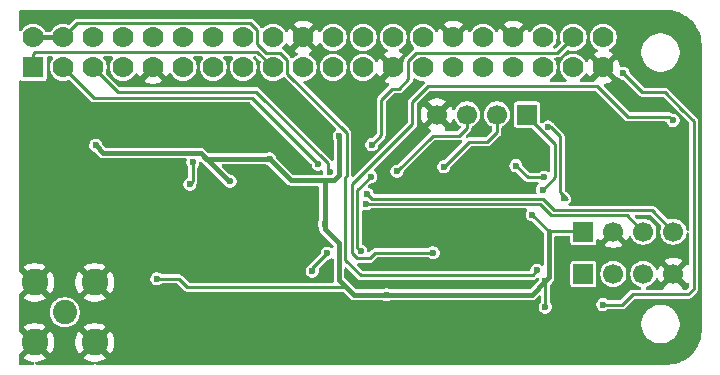
<source format=gbl>
%TF.GenerationSoftware,KiCad,Pcbnew,9.0.7*%
%TF.CreationDate,2026-02-16T10:45:38-05:00*%
%TF.ProjectId,mmdvm_hs-hat,6d6d6476-6d5f-4687-932d-6861742e6b69,1.6*%
%TF.SameCoordinates,Original*%
%TF.FileFunction,Copper,L2,Bot*%
%TF.FilePolarity,Positive*%
%FSLAX46Y46*%
G04 Gerber Fmt 4.6, Leading zero omitted, Abs format (unit mm)*
G04 Created by KiCad (PCBNEW 9.0.7) date 2026-02-16 10:45:38*
%MOMM*%
%LPD*%
G01*
G04 APERTURE LIST*
%TA.AperFunction,ComponentPad*%
%ADD10C,2.050000*%
%TD*%
%TA.AperFunction,ComponentPad*%
%ADD11C,2.250000*%
%TD*%
%TA.AperFunction,ComponentPad*%
%ADD12R,1.778000X1.778000*%
%TD*%
%TA.AperFunction,ComponentPad*%
%ADD13C,1.778000*%
%TD*%
%TA.AperFunction,ComponentPad*%
%ADD14R,1.700000X1.700000*%
%TD*%
%TA.AperFunction,ComponentPad*%
%ADD15C,1.700000*%
%TD*%
%TA.AperFunction,ViaPad*%
%ADD16C,0.600000*%
%TD*%
%TA.AperFunction,Conductor*%
%ADD17C,0.250000*%
%TD*%
%TA.AperFunction,Conductor*%
%ADD18C,0.400000*%
%TD*%
G04 APERTURE END LIST*
D10*
%TO.P,P3,1,In*%
%TO.N,Net-(P3-In)*%
X166500000Y-131250000D03*
D11*
%TO.P,P3,2,Ext*%
%TO.N,GND*%
X163960000Y-128710000D03*
X163960000Y-133790000D03*
X169040000Y-128710000D03*
X169040000Y-133790000D03*
%TD*%
D12*
%TO.P,PI1,1,3V3*%
%TO.N,+3.3V*%
X163830000Y-110507121D03*
D13*
%TO.P,PI1,2,5V*%
%TO.N,+5V*%
X163830000Y-107967121D03*
%TO.P,PI1,3,SDA/GPIO2*%
%TO.N,SDA*%
X166370000Y-110507121D03*
%TO.P,PI1,4,5V*%
%TO.N,+5V*%
X166370000Y-107967121D03*
%TO.P,PI1,5,SCL/GPIO3*%
%TO.N,SCL*%
X168910000Y-110507121D03*
%TO.P,PI1,6,GND*%
%TO.N,GND*%
X168910000Y-107967121D03*
%TO.P,PI1,7,GCLK0/GPIO4*%
%TO.N,unconnected-(PI1-GCLK0{slash}GPIO4-Pad7)*%
X171450000Y-110507121D03*
%TO.P,PI1,8,GPIO14/TXD*%
%TO.N,RXD*%
X171450000Y-107967121D03*
%TO.P,PI1,9,GND*%
%TO.N,GND*%
X173990000Y-110507121D03*
%TO.P,PI1,10,GPIO15/RXD*%
%TO.N,TXD*%
X173990000Y-107967121D03*
%TO.P,PI1,11,GPIO17*%
%TO.N,unconnected-(PI1-GPIO17-Pad11)*%
X176530000Y-110507121D03*
%TO.P,PI1,12,GPIO18/PWM0*%
%TO.N,unconnected-(PI1-GPIO18{slash}PWM0-Pad12)*%
X176530000Y-107967121D03*
%TO.P,PI1,13,GPIO27*%
%TO.N,unconnected-(PI1-GPIO27-Pad13)*%
X179070000Y-110507121D03*
%TO.P,PI1,14,GND*%
%TO.N,GND*%
X179070000Y-107967121D03*
%TO.P,PI1,15,GPIO22*%
%TO.N,unconnected-(PI1-GPIO22-Pad15)*%
X181610000Y-110507121D03*
%TO.P,PI1,16,GPIO23*%
%TO.N,unconnected-(PI1-GPIO23-Pad16)*%
X181610000Y-107967121D03*
%TO.P,PI1,17,3V3*%
%TO.N,+3.3V*%
X184150000Y-110507121D03*
%TO.P,PI1,18,GPIO24*%
%TO.N,unconnected-(PI1-GPIO24-Pad18)*%
X184150000Y-107967121D03*
%TO.P,PI1,19,MOSI0/GPIO10*%
%TO.N,unconnected-(PI1-MOSI0{slash}GPIO10-Pad19)*%
X186690000Y-110507121D03*
%TO.P,PI1,20,GND*%
%TO.N,GND*%
X186690000Y-107967121D03*
%TO.P,PI1,21,MISO0/GPIO9*%
%TO.N,unconnected-(PI1-MISO0{slash}GPIO9-Pad21)*%
X189230000Y-110507121D03*
%TO.P,PI1,22,GPIO25*%
%TO.N,unconnected-(PI1-GPIO25-Pad22)*%
X189230000Y-107967121D03*
%TO.P,PI1,23,SCLK0/GPIO11*%
%TO.N,unconnected-(PI1-SCLK0{slash}GPIO11-Pad23)*%
X191770000Y-110507121D03*
%TO.P,PI1,24,~{CE0}/GPIO8*%
%TO.N,unconnected-(PI1-~{CE0}{slash}GPIO8-Pad24)*%
X191770000Y-107967121D03*
%TO.P,PI1,25,GND*%
%TO.N,GND*%
X194310000Y-110507121D03*
%TO.P,PI1,26,~{CE1}/GPIO7*%
%TO.N,unconnected-(PI1-~{CE1}{slash}GPIO7-Pad26)*%
X194310000Y-107967121D03*
%TO.P,PI1,27,ID_SD/GPIO0*%
%TO.N,unconnected-(PI1-ID_SD{slash}GPIO0-Pad27)*%
X196850000Y-110507121D03*
%TO.P,PI1,28,ID_SC/GPIO1*%
%TO.N,unconnected-(PI1-ID_SC{slash}GPIO1-Pad28)*%
X196850000Y-107967121D03*
%TO.P,PI1,29,GCLK1/GPIO5*%
%TO.N,unconnected-(PI1-GCLK1{slash}GPIO5-Pad29)*%
X199390000Y-110507121D03*
%TO.P,PI1,30,GND*%
%TO.N,GND*%
X199390000Y-107967121D03*
%TO.P,PI1,31,GCLK2/GPIO6*%
%TO.N,unconnected-(PI1-GCLK2{slash}GPIO6-Pad31)*%
X201930000Y-110507121D03*
%TO.P,PI1,32,PWM0/GPIO12*%
%TO.N,unconnected-(PI1-PWM0{slash}GPIO12-Pad32)*%
X201930000Y-107967121D03*
%TO.P,PI1,33,PWM1/GPIO13*%
%TO.N,unconnected-(PI1-PWM1{slash}GPIO13-Pad33)*%
X204470000Y-110507121D03*
%TO.P,PI1,34,GND*%
%TO.N,GND*%
X204470000Y-107967121D03*
%TO.P,PI1,35,GPIO19/MISO1*%
%TO.N,unconnected-(PI1-GPIO19{slash}MISO1-Pad35)*%
X207010000Y-110507121D03*
%TO.P,PI1,36,GPIO16*%
%TO.N,unconnected-(PI1-GPIO16-Pad36)*%
X207010000Y-107967121D03*
%TO.P,PI1,37,GPIO26*%
%TO.N,unconnected-(PI1-GPIO26-Pad37)*%
X209550000Y-110507121D03*
%TO.P,PI1,38,GPIO20/MOSI1*%
%TO.N,Net-(PI1-GPIO20{slash}MOSI1)*%
X209550000Y-107967121D03*
%TO.P,PI1,39,GND*%
%TO.N,GND*%
X212090000Y-110507121D03*
%TO.P,PI1,40,GPIO21/SCLK1*%
%TO.N,NRST*%
X212090000Y-107967121D03*
%TD*%
D14*
%TO.P,P1,1,P1*%
%TO.N,VDD*%
X210420000Y-124418600D03*
D15*
%TO.P,P1,2,P2*%
%TO.N,GND*%
X212960000Y-124418600D03*
%TO.P,P1,3,P3*%
%TO.N,SCL*%
X215500000Y-124418600D03*
%TO.P,P1,4,P4*%
%TO.N,SDA*%
X218040000Y-124418600D03*
%TD*%
D14*
%TO.P,P2,1,P1*%
%TO.N,+5V*%
X210420000Y-128000000D03*
D15*
%TO.P,P2,2,P2*%
%TO.N,DISP_RXD*%
X212960000Y-128000000D03*
%TO.P,P2,3,P3*%
%TO.N,DISP_TXD*%
X215500000Y-128000000D03*
%TO.P,P2,4,P4*%
%TO.N,GND*%
X218040000Y-128000000D03*
%TD*%
D14*
%TO.P,P4,1,P1*%
%TO.N,VDD*%
X205638400Y-114503200D03*
D15*
%TO.P,P4,2,P2*%
%TO.N,SWDIO*%
X203098400Y-114503200D03*
%TO.P,P4,3,P3*%
%TO.N,SWCLK*%
X200558400Y-114503200D03*
%TO.P,P4,4,P4*%
%TO.N,GND*%
X198018400Y-114503200D03*
%TD*%
D16*
%TO.N,GND*%
X195000000Y-131500000D03*
X181406800Y-125386800D03*
X181406800Y-122986800D03*
X163000000Y-126500000D03*
X190450000Y-112450000D03*
X197500000Y-123000000D03*
X171250000Y-134750000D03*
X195000000Y-135100000D03*
X163000000Y-122500000D03*
X168750000Y-125750000D03*
X163000000Y-120500000D03*
X180200000Y-123000000D03*
X181000000Y-130000000D03*
X180200000Y-126600000D03*
X171050000Y-122500000D03*
X213750000Y-134750000D03*
X163000000Y-112500000D03*
X171000000Y-124750000D03*
X185000000Y-112750000D03*
X166000000Y-122500000D03*
X164000000Y-125250000D03*
X171250000Y-131250000D03*
X207416400Y-114401600D03*
X163000000Y-118500000D03*
X179000000Y-125400000D03*
X194000000Y-118500000D03*
X175100000Y-122750000D03*
X165500000Y-124750000D03*
X179000000Y-126600000D03*
X201050000Y-117750000D03*
X182600000Y-126600000D03*
X175750000Y-127750000D03*
X179000000Y-124200000D03*
X191500000Y-129000000D03*
X177250000Y-116250000D03*
X163000000Y-114500000D03*
X185250000Y-118250000D03*
X167600000Y-113000000D03*
X195500000Y-129000000D03*
X168750000Y-122500000D03*
X179000000Y-123000000D03*
X182600000Y-125400000D03*
X181406800Y-124186800D03*
X218750000Y-117500000D03*
X204750000Y-135000000D03*
X182600000Y-124200000D03*
X182600000Y-123000000D03*
X180200000Y-125400000D03*
X202500000Y-127250000D03*
X181406800Y-126586800D03*
X188750000Y-127750000D03*
X197104000Y-127500000D03*
X167500000Y-124750000D03*
X188087000Y-125000000D03*
X210000000Y-130500000D03*
X184500000Y-120250000D03*
X174750000Y-114500000D03*
X180200000Y-124200000D03*
X171000000Y-126250000D03*
X185000000Y-129750000D03*
X218750000Y-119500000D03*
X163000000Y-116500000D03*
X202500000Y-123000000D03*
%TO.N,NRST*%
X213800000Y-111000000D03*
X212077300Y-130594100D03*
%TO.N,DMR_LED*%
X204700000Y-118825000D03*
X207100000Y-119825000D03*
%TO.N,SWDIO*%
X198602600Y-118922800D03*
%TO.N,SDATA*%
X187452000Y-127762000D03*
X188750000Y-126238000D03*
%TO.N,SWCLK*%
X194627500Y-119303800D03*
%TO.N,+5V*%
X206490000Y-127695000D03*
%TO.N,SERVICE*%
X218000000Y-115000000D03*
X197700000Y-126200000D03*
%TO.N,SCL*%
X192024000Y-122072400D03*
X188925200Y-119380000D03*
%TO.N,SDA*%
X187960000Y-118719600D03*
X192125600Y-121259600D03*
%TO.N,VDD*%
X193750000Y-129750000D03*
X206959200Y-120853200D03*
X180492400Y-120142000D03*
X207190000Y-130800000D03*
X174300000Y-128400000D03*
X206100000Y-123000000D03*
X169125000Y-117100000D03*
X189750000Y-116350000D03*
X183850000Y-118250000D03*
X207190000Y-128610000D03*
X188500000Y-123750000D03*
%TO.N,NXDN_LED*%
X207416400Y-115550000D03*
X208794421Y-121601351D03*
%TO.N,Net-(U1-VCOIN)*%
X177100000Y-120400000D03*
X177350000Y-118550000D03*
%TO.N,Net-(PI1-GPIO20{slash}MOSI1)*%
X192405000Y-119761000D03*
X192506600Y-117043200D03*
X191566800Y-126060200D03*
%TD*%
D17*
%TO.N,NRST*%
X213705900Y-130594100D02*
X214600000Y-129700000D01*
X214600000Y-129700000D02*
X219300000Y-129700000D01*
X219300000Y-129700000D02*
X219760800Y-129239200D01*
X219760800Y-115062000D02*
X218800000Y-114101200D01*
X217300000Y-112600000D02*
X215400000Y-112600000D01*
X219760800Y-129239200D02*
X219760800Y-115062000D01*
X218800000Y-114101200D02*
X218800000Y-114100000D01*
X218800000Y-114100000D02*
X217300000Y-112600000D01*
X212077300Y-130594100D02*
X213705900Y-130594100D01*
X215400000Y-112600000D02*
X213800000Y-111000000D01*
%TO.N,DMR_LED*%
X207100000Y-119825000D02*
X205700000Y-119825000D01*
X205700000Y-119825000D02*
X204700000Y-118825000D01*
%TO.N,SWDIO*%
X198602600Y-118922800D02*
X200710800Y-116814600D01*
X200710800Y-116814600D02*
X202260200Y-116814600D01*
X202260200Y-116814600D02*
X203098400Y-115976400D01*
X203098400Y-115976400D02*
X203098400Y-114503200D01*
%TO.N,SDATA*%
X187452000Y-127762000D02*
X187452000Y-127536000D01*
X187452000Y-127536000D02*
X188750000Y-126238000D01*
%TO.N,SWCLK*%
X197650100Y-116281200D02*
X194627500Y-119303800D01*
X199898000Y-116281200D02*
X200558400Y-115620800D01*
X200558400Y-115620800D02*
X200558400Y-114503200D01*
X197650100Y-116281200D02*
X199898000Y-116281200D01*
%TO.N,+5V*%
X167584001Y-106753120D02*
X182192721Y-106753120D01*
X190375001Y-119708677D02*
X190250000Y-119833678D01*
X185364001Y-109924400D02*
X185364001Y-111038999D01*
X185364001Y-111038999D02*
X190375001Y-116049999D01*
X190250000Y-125000000D02*
X190249991Y-125000009D01*
D18*
X163830000Y-107967121D02*
X166370000Y-107967121D01*
D17*
X206124999Y-128125001D02*
X206490000Y-127695000D01*
X182192721Y-106753120D02*
X182824001Y-107384400D01*
X190249991Y-126786401D02*
X191588591Y-128125001D01*
X190375001Y-116049999D02*
X190375001Y-119708677D01*
X166370000Y-107967121D02*
X167584001Y-106753120D01*
X183572409Y-109293120D02*
X184732721Y-109293120D01*
X191588591Y-128125001D02*
X206124999Y-128125001D01*
X190250000Y-119833678D02*
X190250000Y-125000000D01*
X182824001Y-107384400D02*
X182824001Y-108544712D01*
X190249991Y-125000009D02*
X190249991Y-126786401D01*
X182824001Y-108544712D02*
X183572409Y-109293120D01*
X184732721Y-109293120D02*
X185364001Y-109924400D01*
%TO.N,SERVICE*%
X214200001Y-114700001D02*
X211600000Y-112100000D01*
X192314799Y-126685201D02*
X192800000Y-126200000D01*
X211600000Y-112100000D02*
X197272000Y-112100000D01*
X218000000Y-115000000D02*
X217700001Y-114700001D01*
X192800000Y-126200000D02*
X197700000Y-126200000D01*
X197272000Y-112100000D02*
X195935600Y-113436400D01*
X195935600Y-115314400D02*
X190824690Y-120425310D01*
X217700001Y-114700001D02*
X214200001Y-114700001D01*
X191266799Y-126685201D02*
X192314799Y-126685201D01*
X190824690Y-120425310D02*
X190824690Y-126243092D01*
X195935600Y-113436400D02*
X195935600Y-115314400D01*
X190824690Y-126243092D02*
X191266799Y-126685201D01*
%TO.N,SCL*%
X188925200Y-119380000D02*
X188772800Y-119227600D01*
X188772800Y-119227600D02*
X188772800Y-118618000D01*
X188772800Y-118618000D02*
X182727600Y-112572800D01*
X170975679Y-112572800D02*
X168910000Y-110507121D01*
X206722400Y-122072400D02*
X207700000Y-123050000D01*
X207700000Y-123050000D02*
X214131400Y-123050000D01*
X214131400Y-123050000D02*
X215500000Y-124418600D01*
X170975679Y-112572800D02*
X182727600Y-112572800D01*
X192024000Y-122072400D02*
X206722400Y-122072400D01*
%TO.N,SDA*%
X192481200Y-121615200D02*
X192125600Y-121259600D01*
X187960000Y-118719600D02*
X182321200Y-113080800D01*
X168943679Y-113080800D02*
X166370000Y-110507121D01*
X206965200Y-121615200D02*
X207949998Y-122599998D01*
X207949998Y-122599998D02*
X216221398Y-122599998D01*
X216221398Y-122599998D02*
X218040000Y-124418600D01*
X192481200Y-121615200D02*
X206965200Y-121615200D01*
X168943679Y-113080800D02*
X182321200Y-113080800D01*
%TO.N,VDD*%
X207500000Y-124400000D02*
X210401400Y-124400000D01*
X210401400Y-124400000D02*
X210420000Y-124418600D01*
D18*
X183850000Y-118250000D02*
X178500000Y-118250000D01*
X185680001Y-120080001D02*
X188500000Y-120080001D01*
D17*
X176874999Y-129124999D02*
X190125001Y-129124999D01*
D18*
X183850000Y-118250000D02*
X185680001Y-120080001D01*
X190250000Y-129000000D02*
X191000000Y-129750000D01*
X189724981Y-125399245D02*
X189724981Y-128474981D01*
D17*
X174300000Y-128400000D02*
X176150000Y-128400000D01*
D18*
X206050000Y-129750000D02*
X207190000Y-128610000D01*
X189750000Y-119591202D02*
X189750000Y-116350000D01*
D17*
X207190000Y-130800000D02*
X207190000Y-128610000D01*
X207999990Y-117018888D02*
X207999990Y-119812410D01*
D18*
X169775000Y-117750000D02*
X169125000Y-117100000D01*
X207500000Y-128300000D02*
X207500000Y-124400000D01*
X188500000Y-120080001D02*
X189261201Y-120080001D01*
X178500000Y-118250000D02*
X178000000Y-117750000D01*
X188500000Y-124174264D02*
X189724981Y-125399245D01*
X188500000Y-123750000D02*
X188500000Y-120080001D01*
X193750000Y-129750000D02*
X206050000Y-129750000D01*
X188500000Y-123750000D02*
X188500000Y-124174264D01*
X180400000Y-120150000D02*
X178000000Y-117750000D01*
X169775000Y-117750000D02*
X178000000Y-117750000D01*
D17*
X205638400Y-114503200D02*
X205638400Y-114657298D01*
X176150000Y-128400000D02*
X176874999Y-129124999D01*
D18*
X189261201Y-120080001D02*
X189750000Y-119591202D01*
X207190000Y-128610000D02*
X207500000Y-128300000D01*
D17*
X206100000Y-123000000D02*
X207500000Y-124400000D01*
D18*
X189724981Y-128474981D02*
X190250000Y-129000000D01*
X191000000Y-129750000D02*
X193750000Y-129750000D01*
D17*
X205638400Y-114657298D02*
X207999990Y-117018888D01*
X190125001Y-129124999D02*
X190250000Y-129000000D01*
X207999990Y-119812410D02*
X206959200Y-120853200D01*
%TO.N,NXDN_LED*%
X207650000Y-115550000D02*
X208450000Y-116350000D01*
X208450000Y-116350000D02*
X208450000Y-121100000D01*
X208450000Y-121100000D02*
X209000000Y-121650000D01*
X207416400Y-115550000D02*
X207650000Y-115550000D01*
%TO.N,Net-(U1-VCOIN)*%
X177350000Y-118550000D02*
X177350000Y-120150000D01*
X177350000Y-120150000D02*
X177100000Y-120400000D01*
%TO.N,+3.3V*%
X163830000Y-109368121D02*
X163830000Y-110507121D01*
X182824001Y-109181122D02*
X164016999Y-109181122D01*
X164016999Y-109181122D02*
X163830000Y-109368121D01*
X184150000Y-110507121D02*
X182824001Y-109181122D01*
%TO.N,Net-(PI1-GPIO20{slash}MOSI1)*%
X191566800Y-126060200D02*
X191274700Y-125768100D01*
X191274700Y-125768100D02*
X191274700Y-120891300D01*
X191274700Y-120891300D02*
X192405000Y-119761000D01*
X193294000Y-113245900D02*
X193294000Y-116255800D01*
X194818000Y-112306100D02*
X194233800Y-112306100D01*
X196267279Y-109293120D02*
X195605400Y-109954999D01*
X209550000Y-107967121D02*
X208224001Y-109293120D01*
X194233800Y-112306100D02*
X193294000Y-113245900D01*
X195605400Y-111518700D02*
X194818000Y-112306100D01*
X208224001Y-109293120D02*
X196267279Y-109293120D01*
X195605400Y-109954999D02*
X195605400Y-111518700D01*
X193294000Y-116255800D02*
X192506600Y-117043200D01*
%TD*%
%TA.AperFunction,Conductor*%
%TO.N,GND*%
G36*
X163206740Y-134192626D02*
G01*
X163299762Y-134331844D01*
X163418156Y-134450238D01*
X163557374Y-134543260D01*
X163563437Y-134545771D01*
X162998953Y-135110255D01*
X162998953Y-135110256D01*
X163104121Y-135186666D01*
X163333143Y-135303359D01*
X163333149Y-135303362D01*
X163577600Y-135382789D01*
X163836369Y-135423774D01*
X163836142Y-135425205D01*
X163896407Y-135448175D01*
X163938546Y-135505313D01*
X163943104Y-135576163D01*
X163908634Y-135638231D01*
X163846080Y-135671809D01*
X163820178Y-135674500D01*
X162726000Y-135674500D01*
X162657879Y-135654498D01*
X162611386Y-135600842D01*
X162600000Y-135548500D01*
X162600000Y-134842979D01*
X162620002Y-134774858D01*
X162636905Y-134753884D01*
X163204227Y-134186561D01*
X163206740Y-134192626D01*
G37*
%TD.AperFunction*%
%TA.AperFunction,Conductor*%
G36*
X217503525Y-105675697D02*
G01*
X217820377Y-105693492D01*
X217834415Y-105695074D01*
X218143790Y-105747638D01*
X218157552Y-105750779D01*
X218459105Y-105837655D01*
X218472436Y-105842320D01*
X218762366Y-105962413D01*
X218775076Y-105968534D01*
X219049733Y-106120331D01*
X219061692Y-106127845D01*
X219317626Y-106309440D01*
X219328673Y-106318250D01*
X219562657Y-106527351D01*
X219572648Y-106537342D01*
X219781749Y-106771326D01*
X219790559Y-106782373D01*
X219972154Y-107038307D01*
X219979671Y-107050271D01*
X220083379Y-107237918D01*
X220131458Y-107324909D01*
X220137589Y-107337640D01*
X220257678Y-107627560D01*
X220262345Y-107640897D01*
X220349218Y-107942439D01*
X220352362Y-107956215D01*
X220404925Y-108265585D01*
X220406507Y-108279625D01*
X220424302Y-108596474D01*
X220424500Y-108603539D01*
X220424500Y-132892326D01*
X220424004Y-132903497D01*
X220397176Y-133204897D01*
X220395196Y-133218580D01*
X220335679Y-133514385D01*
X220332213Y-133527769D01*
X220240642Y-133815282D01*
X220235730Y-133828205D01*
X220113211Y-134103955D01*
X220106913Y-134116262D01*
X219954919Y-134376932D01*
X219947310Y-134388475D01*
X219767675Y-134630920D01*
X219758847Y-134641560D01*
X219553735Y-134862861D01*
X219543795Y-134872470D01*
X219315667Y-135069971D01*
X219304734Y-135078433D01*
X219056342Y-135249752D01*
X219044548Y-135256965D01*
X218778883Y-135400038D01*
X218766369Y-135405916D01*
X218486625Y-135519023D01*
X218473543Y-135523494D01*
X218183104Y-135605268D01*
X218169611Y-135608280D01*
X217871936Y-135657746D01*
X217858194Y-135659260D01*
X217584286Y-135674310D01*
X217577373Y-135674500D01*
X169179822Y-135674500D01*
X169111701Y-135654498D01*
X169065208Y-135600842D01*
X169055104Y-135530568D01*
X169084598Y-135465988D01*
X169144324Y-135427604D01*
X169163673Y-135424041D01*
X169163631Y-135423774D01*
X169422399Y-135382789D01*
X169666850Y-135303362D01*
X169666856Y-135303359D01*
X169895877Y-135186667D01*
X170001046Y-135110256D01*
X169436562Y-134545771D01*
X169442626Y-134543260D01*
X169581844Y-134450238D01*
X169700238Y-134331844D01*
X169793260Y-134192626D01*
X169795771Y-134186561D01*
X170360256Y-134751046D01*
X170436667Y-134645877D01*
X170553359Y-134416856D01*
X170553362Y-134416850D01*
X170632789Y-134172399D01*
X170673000Y-133918517D01*
X170673000Y-133661482D01*
X170632789Y-133407600D01*
X170553362Y-133163149D01*
X170553359Y-133163143D01*
X170436666Y-132934121D01*
X170360256Y-132828953D01*
X170360255Y-132828953D01*
X169795771Y-133393437D01*
X169793260Y-133387374D01*
X169700238Y-133248156D01*
X169581844Y-133129762D01*
X169442626Y-133036740D01*
X169436561Y-133034227D01*
X170001045Y-132469743D01*
X170001045Y-132469742D01*
X169895878Y-132393333D01*
X169666856Y-132276640D01*
X169666850Y-132276637D01*
X169512177Y-132226381D01*
X169512176Y-132226381D01*
X169422397Y-132197209D01*
X169168518Y-132157000D01*
X168911482Y-132157000D01*
X168657600Y-132197210D01*
X168413149Y-132276637D01*
X168413143Y-132276640D01*
X168184117Y-132393335D01*
X168078953Y-132469741D01*
X168078953Y-132469743D01*
X168643438Y-133034228D01*
X168637374Y-133036740D01*
X168498156Y-133129762D01*
X168379762Y-133248156D01*
X168286740Y-133387374D01*
X168284228Y-133393438D01*
X167719743Y-132828953D01*
X167719741Y-132828953D01*
X167643335Y-132934117D01*
X167526640Y-133163143D01*
X167526637Y-133163149D01*
X167447210Y-133407600D01*
X167407000Y-133661482D01*
X167407000Y-133918517D01*
X167447210Y-134172399D01*
X167526637Y-134416850D01*
X167526640Y-134416856D01*
X167643333Y-134645878D01*
X167719742Y-134751045D01*
X167719743Y-134751045D01*
X168284227Y-134186560D01*
X168286740Y-134192626D01*
X168379762Y-134331844D01*
X168498156Y-134450238D01*
X168637374Y-134543260D01*
X168643437Y-134545771D01*
X168078953Y-135110255D01*
X168078953Y-135110256D01*
X168184121Y-135186666D01*
X168413143Y-135303359D01*
X168413149Y-135303362D01*
X168657600Y-135382789D01*
X168916369Y-135423774D01*
X168916142Y-135425205D01*
X168976407Y-135448175D01*
X169018546Y-135505313D01*
X169023104Y-135576163D01*
X168988634Y-135638231D01*
X168926080Y-135671809D01*
X168900178Y-135674500D01*
X164099822Y-135674500D01*
X164031701Y-135654498D01*
X163985208Y-135600842D01*
X163975104Y-135530568D01*
X164004598Y-135465988D01*
X164064324Y-135427604D01*
X164083673Y-135424041D01*
X164083631Y-135423774D01*
X164342399Y-135382789D01*
X164586850Y-135303362D01*
X164586856Y-135303359D01*
X164815877Y-135186667D01*
X164921046Y-135110256D01*
X164356562Y-134545771D01*
X164362626Y-134543260D01*
X164501844Y-134450238D01*
X164620238Y-134331844D01*
X164713260Y-134192626D01*
X164715771Y-134186561D01*
X165280256Y-134751046D01*
X165356667Y-134645877D01*
X165473359Y-134416856D01*
X165473362Y-134416850D01*
X165552789Y-134172399D01*
X165593000Y-133918517D01*
X165593000Y-133661482D01*
X165552789Y-133407600D01*
X165473362Y-133163149D01*
X165473359Y-133163143D01*
X165356666Y-132934121D01*
X165280256Y-132828953D01*
X165280255Y-132828953D01*
X164715771Y-133393437D01*
X164713260Y-133387374D01*
X164620238Y-133248156D01*
X164501844Y-133129762D01*
X164362626Y-133036740D01*
X164356561Y-133034227D01*
X164921045Y-132469743D01*
X164921045Y-132469742D01*
X164815878Y-132393333D01*
X164586856Y-132276640D01*
X164586850Y-132276637D01*
X164342399Y-132197210D01*
X164088518Y-132157000D01*
X163831482Y-132157000D01*
X163577600Y-132197210D01*
X163333149Y-132276637D01*
X163333143Y-132276640D01*
X163104117Y-132393335D01*
X162998953Y-132469741D01*
X162998953Y-132469743D01*
X163563438Y-133034228D01*
X163557374Y-133036740D01*
X163418156Y-133129762D01*
X163299762Y-133248156D01*
X163206740Y-133387374D01*
X163204228Y-133393438D01*
X162636905Y-132826115D01*
X162621960Y-132798746D01*
X162605104Y-132772518D01*
X162604198Y-132766219D01*
X162602879Y-132763803D01*
X162600000Y-132737020D01*
X162600000Y-131149301D01*
X165220500Y-131149301D01*
X165220500Y-131350699D01*
X165252006Y-131549617D01*
X165314241Y-131741157D01*
X165405674Y-131920604D01*
X165524052Y-132083538D01*
X165524054Y-132083540D01*
X165524056Y-132083543D01*
X165666456Y-132225943D01*
X165666459Y-132225945D01*
X165666462Y-132225948D01*
X165829396Y-132344326D01*
X166008843Y-132435759D01*
X166200383Y-132497994D01*
X166399301Y-132529500D01*
X166399304Y-132529500D01*
X166600696Y-132529500D01*
X166600699Y-132529500D01*
X166799617Y-132497994D01*
X166991157Y-132435759D01*
X167170604Y-132344326D01*
X167333538Y-132225948D01*
X167447987Y-132111499D01*
X215334540Y-132111499D01*
X215334540Y-132367223D01*
X215350778Y-132469743D01*
X215374545Y-132619804D01*
X215441580Y-132826115D01*
X215453567Y-132863006D01*
X215569663Y-133090858D01*
X215719974Y-133297743D01*
X215719976Y-133297745D01*
X215719978Y-133297748D01*
X215900792Y-133478562D01*
X215900795Y-133478564D01*
X215900798Y-133478567D01*
X216107683Y-133628878D01*
X216335535Y-133744974D01*
X216578742Y-133823997D01*
X216831318Y-133864001D01*
X216831321Y-133864001D01*
X217087039Y-133864001D01*
X217087042Y-133864001D01*
X217339618Y-133823997D01*
X217582825Y-133744974D01*
X217810677Y-133628878D01*
X218017562Y-133478567D01*
X218198386Y-133297743D01*
X218348697Y-133090858D01*
X218464793Y-132863006D01*
X218543816Y-132619799D01*
X218583820Y-132367223D01*
X218583820Y-132111499D01*
X218543816Y-131858923D01*
X218464793Y-131615716D01*
X218348697Y-131387864D01*
X218198386Y-131180979D01*
X218198383Y-131180976D01*
X218198381Y-131180973D01*
X218017567Y-131000159D01*
X218017564Y-131000157D01*
X218017562Y-131000155D01*
X217810677Y-130849844D01*
X217582825Y-130733748D01*
X217582822Y-130733747D01*
X217582820Y-130733746D01*
X217339623Y-130654726D01*
X217339619Y-130654725D01*
X217339618Y-130654725D01*
X217087042Y-130614721D01*
X216831318Y-130614721D01*
X216578742Y-130654725D01*
X216578736Y-130654726D01*
X216335539Y-130733746D01*
X216335533Y-130733749D01*
X216107679Y-130849846D01*
X215900795Y-131000157D01*
X215900792Y-131000159D01*
X215719978Y-131180973D01*
X215719976Y-131180976D01*
X215569665Y-131387860D01*
X215453568Y-131615714D01*
X215453565Y-131615720D01*
X215374545Y-131858917D01*
X215374544Y-131858922D01*
X215374544Y-131858923D01*
X215334540Y-132111499D01*
X167447987Y-132111499D01*
X167475948Y-132083538D01*
X167594326Y-131920604D01*
X167685759Y-131741157D01*
X167747994Y-131549617D01*
X167779500Y-131350699D01*
X167779500Y-131149301D01*
X167747994Y-130950383D01*
X167685759Y-130758843D01*
X167594326Y-130579396D01*
X167475948Y-130416462D01*
X167475945Y-130416459D01*
X167475943Y-130416456D01*
X167333543Y-130274056D01*
X167333540Y-130274054D01*
X167333538Y-130274052D01*
X167170604Y-130155674D01*
X166991157Y-130064241D01*
X166991154Y-130064240D01*
X166991152Y-130064239D01*
X166799621Y-130002007D01*
X166799619Y-130002006D01*
X166799617Y-130002006D01*
X166600699Y-129970500D01*
X166399301Y-129970500D01*
X166200383Y-130002006D01*
X166200381Y-130002006D01*
X166200378Y-130002007D01*
X166008847Y-130064239D01*
X166008841Y-130064242D01*
X165829392Y-130155676D01*
X165666459Y-130274054D01*
X165666456Y-130274056D01*
X165524056Y-130416456D01*
X165524054Y-130416459D01*
X165405676Y-130579392D01*
X165314242Y-130758841D01*
X165314239Y-130758847D01*
X165252007Y-130950378D01*
X165252006Y-130950381D01*
X165252006Y-130950383D01*
X165220500Y-131149301D01*
X162600000Y-131149301D01*
X162600000Y-129762979D01*
X162620002Y-129694858D01*
X162636905Y-129673884D01*
X163204227Y-129106561D01*
X163206740Y-129112626D01*
X163299762Y-129251844D01*
X163418156Y-129370238D01*
X163557374Y-129463260D01*
X163563437Y-129465771D01*
X162998953Y-130030255D01*
X162998953Y-130030256D01*
X163104121Y-130106666D01*
X163333143Y-130223359D01*
X163333149Y-130223362D01*
X163577600Y-130302789D01*
X163831482Y-130343000D01*
X164088518Y-130343000D01*
X164342399Y-130302789D01*
X164586850Y-130223362D01*
X164586856Y-130223359D01*
X164815877Y-130106667D01*
X164921046Y-130030256D01*
X164356562Y-129465771D01*
X164362626Y-129463260D01*
X164501844Y-129370238D01*
X164620238Y-129251844D01*
X164713260Y-129112626D01*
X164715771Y-129106561D01*
X165280256Y-129671046D01*
X165356667Y-129565877D01*
X165473359Y-129336856D01*
X165473362Y-129336850D01*
X165552789Y-129092399D01*
X165593000Y-128838517D01*
X165593000Y-128581482D01*
X167407000Y-128581482D01*
X167407000Y-128838517D01*
X167447210Y-129092399D01*
X167526637Y-129336850D01*
X167526640Y-129336856D01*
X167643333Y-129565878D01*
X167719742Y-129671045D01*
X167719743Y-129671045D01*
X168284227Y-129106560D01*
X168286740Y-129112626D01*
X168379762Y-129251844D01*
X168498156Y-129370238D01*
X168637374Y-129463260D01*
X168643437Y-129465771D01*
X168078953Y-130030255D01*
X168078953Y-130030256D01*
X168184121Y-130106666D01*
X168413143Y-130223359D01*
X168413149Y-130223362D01*
X168657600Y-130302789D01*
X168911482Y-130343000D01*
X169168518Y-130343000D01*
X169422399Y-130302789D01*
X169666850Y-130223362D01*
X169666856Y-130223359D01*
X169895877Y-130106667D01*
X170001046Y-130030256D01*
X169436562Y-129465771D01*
X169442626Y-129463260D01*
X169581844Y-129370238D01*
X169700238Y-129251844D01*
X169793260Y-129112626D01*
X169795771Y-129106561D01*
X170360256Y-129671046D01*
X170436667Y-129565877D01*
X170553359Y-129336856D01*
X170553362Y-129336850D01*
X170632789Y-129092399D01*
X170673000Y-128838517D01*
X170673000Y-128581482D01*
X170632789Y-128327600D01*
X170553362Y-128083149D01*
X170553359Y-128083143D01*
X170436666Y-127854121D01*
X170360256Y-127748953D01*
X170360255Y-127748953D01*
X169795771Y-128313437D01*
X169793260Y-128307374D01*
X169700238Y-128168156D01*
X169581844Y-128049762D01*
X169442626Y-127956740D01*
X169436561Y-127954227D01*
X170001045Y-127389743D01*
X170001045Y-127389742D01*
X169895878Y-127313333D01*
X169666856Y-127196640D01*
X169666850Y-127196637D01*
X169422399Y-127117210D01*
X169168518Y-127077000D01*
X168911482Y-127077000D01*
X168657600Y-127117210D01*
X168413149Y-127196637D01*
X168413143Y-127196640D01*
X168184117Y-127313335D01*
X168078953Y-127389741D01*
X168078953Y-127389743D01*
X168643438Y-127954228D01*
X168637374Y-127956740D01*
X168498156Y-128049762D01*
X168379762Y-128168156D01*
X168286740Y-128307374D01*
X168284228Y-128313438D01*
X167719743Y-127748953D01*
X167719741Y-127748953D01*
X167643335Y-127854117D01*
X167526640Y-128083143D01*
X167526637Y-128083149D01*
X167447210Y-128327600D01*
X167407000Y-128581482D01*
X165593000Y-128581482D01*
X165552789Y-128327600D01*
X165473362Y-128083149D01*
X165473359Y-128083143D01*
X165356666Y-127854121D01*
X165280256Y-127748953D01*
X165280255Y-127748953D01*
X164715771Y-128313437D01*
X164713260Y-128307374D01*
X164620238Y-128168156D01*
X164501844Y-128049762D01*
X164362626Y-127956740D01*
X164356561Y-127954227D01*
X164921045Y-127389743D01*
X164921045Y-127389742D01*
X164815878Y-127313333D01*
X164586856Y-127196640D01*
X164586850Y-127196637D01*
X164342399Y-127117210D01*
X164088518Y-127077000D01*
X163831482Y-127077000D01*
X163577600Y-127117210D01*
X163333149Y-127196637D01*
X163333143Y-127196640D01*
X163104117Y-127313335D01*
X162998953Y-127389741D01*
X162998953Y-127389743D01*
X163563438Y-127954228D01*
X163557374Y-127956740D01*
X163418156Y-128049762D01*
X163299762Y-128168156D01*
X163206740Y-128307374D01*
X163204228Y-128313438D01*
X162636905Y-127746115D01*
X162621960Y-127718746D01*
X162605104Y-127692518D01*
X162604198Y-127686219D01*
X162602879Y-127683803D01*
X162600000Y-127657020D01*
X162600000Y-111710086D01*
X162620002Y-111641965D01*
X162673658Y-111595472D01*
X162743932Y-111585368D01*
X162796003Y-111605322D01*
X162841697Y-111635854D01*
X162841699Y-111635855D01*
X162915933Y-111650621D01*
X164744066Y-111650620D01*
X164744069Y-111650619D01*
X164744073Y-111650619D01*
X164793326Y-111640822D01*
X164818301Y-111635855D01*
X164902484Y-111579605D01*
X164958734Y-111495422D01*
X164973500Y-111421188D01*
X164973499Y-109686621D01*
X164993501Y-109618501D01*
X165047157Y-109572008D01*
X165099499Y-109560622D01*
X165396940Y-109560622D01*
X165465061Y-109580624D01*
X165511554Y-109634280D01*
X165521658Y-109704554D01*
X165498876Y-109760684D01*
X165497791Y-109762176D01*
X165497787Y-109762181D01*
X165426160Y-109860767D01*
X165391991Y-109907796D01*
X165310278Y-110068167D01*
X165310275Y-110068173D01*
X165254658Y-110239345D01*
X165254657Y-110239350D01*
X165254657Y-110239351D01*
X165226500Y-110417126D01*
X165226500Y-110597116D01*
X165249564Y-110742734D01*
X165254658Y-110774896D01*
X165307036Y-110936098D01*
X165310277Y-110946073D01*
X165374950Y-111073001D01*
X165391993Y-111106449D01*
X165497788Y-111252063D01*
X165625057Y-111379332D01*
X165687512Y-111424708D01*
X165770675Y-111485130D01*
X165931048Y-111566844D01*
X166102224Y-111622462D01*
X166102225Y-111622462D01*
X166102230Y-111622464D01*
X166280005Y-111650621D01*
X166280008Y-111650621D01*
X166459992Y-111650621D01*
X166459995Y-111650621D01*
X166637770Y-111622464D01*
X166798977Y-111570084D01*
X166869945Y-111568058D01*
X166927008Y-111600823D01*
X168635592Y-113309407D01*
X168635613Y-113309430D01*
X168710653Y-113384470D01*
X168710658Y-113384474D01*
X168710660Y-113384476D01*
X168710661Y-113384477D01*
X168710663Y-113384478D01*
X168797193Y-113434436D01*
X168797197Y-113434438D01*
X168817594Y-113439903D01*
X168893717Y-113460301D01*
X168993641Y-113460301D01*
X168993645Y-113460300D01*
X182111816Y-113460300D01*
X182179937Y-113480302D01*
X182200911Y-113497205D01*
X187368595Y-118664889D01*
X187402621Y-118727201D01*
X187405500Y-118753984D01*
X187405500Y-118792601D01*
X187423583Y-118860089D01*
X187443289Y-118933633D01*
X187516286Y-119060067D01*
X187516294Y-119060077D01*
X187619522Y-119163305D01*
X187619527Y-119163309D01*
X187619529Y-119163311D01*
X187619530Y-119163312D01*
X187619532Y-119163313D01*
X187745966Y-119236310D01*
X187745968Y-119236310D01*
X187745971Y-119236312D01*
X187886999Y-119274100D01*
X187887001Y-119274100D01*
X188032999Y-119274100D01*
X188033001Y-119274100D01*
X188174029Y-119236312D01*
X188181695Y-119231885D01*
X188184529Y-119231198D01*
X188186636Y-119229178D01*
X188218818Y-119222877D01*
X188250689Y-119215144D01*
X188253447Y-119216098D01*
X188256310Y-119215538D01*
X188286788Y-119227636D01*
X188317782Y-119238362D01*
X188319585Y-119240655D01*
X188322298Y-119241732D01*
X188341401Y-119268393D01*
X188361672Y-119294167D01*
X188362466Y-119297792D01*
X188363649Y-119299443D01*
X188366467Y-119316054D01*
X188370539Y-119334639D01*
X188370700Y-119337822D01*
X188370700Y-119453001D01*
X188377879Y-119479794D01*
X188378554Y-119493138D01*
X188373271Y-119515192D01*
X188372732Y-119537866D01*
X188365163Y-119549048D01*
X188362018Y-119562182D01*
X188345648Y-119577881D01*
X188332938Y-119596662D01*
X188320525Y-119601977D01*
X188310779Y-119611325D01*
X188288522Y-119615682D01*
X188267674Y-119624610D01*
X188252715Y-119625501D01*
X185920451Y-119625501D01*
X185852330Y-119605499D01*
X185831356Y-119588596D01*
X184422788Y-118180028D01*
X184390176Y-118123544D01*
X184366712Y-118035971D01*
X184366710Y-118035968D01*
X184366710Y-118035966D01*
X184293713Y-117909532D01*
X184293705Y-117909522D01*
X184190477Y-117806294D01*
X184190467Y-117806286D01*
X184064033Y-117733289D01*
X184047372Y-117728824D01*
X183923001Y-117695500D01*
X183776999Y-117695500D01*
X183635971Y-117733288D01*
X183635970Y-117733288D01*
X183635968Y-117733289D01*
X183593434Y-117757846D01*
X183557453Y-117778619D01*
X183494455Y-117795500D01*
X178740450Y-117795500D01*
X178672329Y-117775498D01*
X178651355Y-117758595D01*
X178370879Y-117478119D01*
X178370867Y-117478105D01*
X178279076Y-117386314D01*
X178279066Y-117386306D01*
X178175431Y-117326473D01*
X178160019Y-117322343D01*
X178160017Y-117322342D01*
X178151002Y-117319927D01*
X178059836Y-117295499D01*
X177940164Y-117295499D01*
X177940160Y-117295500D01*
X170015450Y-117295500D01*
X169947329Y-117275498D01*
X169926355Y-117258595D01*
X169697788Y-117030028D01*
X169665176Y-116973544D01*
X169664280Y-116970199D01*
X169641712Y-116885971D01*
X169641710Y-116885968D01*
X169641710Y-116885966D01*
X169568713Y-116759532D01*
X169568705Y-116759522D01*
X169465477Y-116656294D01*
X169465467Y-116656286D01*
X169339033Y-116583289D01*
X169288847Y-116569842D01*
X169198001Y-116545500D01*
X169051999Y-116545500D01*
X168965686Y-116568627D01*
X168910966Y-116583289D01*
X168784532Y-116656286D01*
X168784522Y-116656294D01*
X168681294Y-116759522D01*
X168681286Y-116759532D01*
X168608289Y-116885966D01*
X168608288Y-116885971D01*
X168570500Y-117026999D01*
X168570500Y-117173001D01*
X168585310Y-117228272D01*
X168608289Y-117314033D01*
X168681286Y-117440467D01*
X168681294Y-117440477D01*
X168784522Y-117543705D01*
X168784527Y-117543709D01*
X168784529Y-117543711D01*
X168784530Y-117543712D01*
X168784532Y-117543713D01*
X168910966Y-117616710D01*
X168910968Y-117616710D01*
X168910971Y-117616712D01*
X168998545Y-117640176D01*
X169055028Y-117672788D01*
X169406898Y-118024658D01*
X169406919Y-118024681D01*
X169495923Y-118113685D01*
X169495928Y-118113689D01*
X169495930Y-118113691D01*
X169495931Y-118113692D01*
X169495933Y-118113693D01*
X169599565Y-118173525D01*
X169599566Y-118173525D01*
X169599569Y-118173527D01*
X169612527Y-118176999D01*
X169715164Y-118204501D01*
X169715165Y-118204501D01*
X169842554Y-118204501D01*
X169842570Y-118204500D01*
X176704309Y-118204500D01*
X176772430Y-118224502D01*
X176818923Y-118278158D01*
X176829027Y-118348432D01*
X176826016Y-118363109D01*
X176795500Y-118476999D01*
X176795500Y-118623001D01*
X176828570Y-118746421D01*
X176833289Y-118764033D01*
X176906286Y-118890467D01*
X176906288Y-118890470D01*
X176906289Y-118890471D01*
X176933595Y-118917777D01*
X176967620Y-118980087D01*
X176970500Y-119006872D01*
X176970500Y-119764084D01*
X176950498Y-119832205D01*
X176896842Y-119878698D01*
X176892724Y-119880490D01*
X176885974Y-119883286D01*
X176759532Y-119956286D01*
X176759522Y-119956294D01*
X176656294Y-120059522D01*
X176656286Y-120059532D01*
X176583289Y-120185966D01*
X176572964Y-120224502D01*
X176545500Y-120326999D01*
X176545500Y-120473001D01*
X176573455Y-120577332D01*
X176583289Y-120614033D01*
X176656286Y-120740467D01*
X176656294Y-120740477D01*
X176759522Y-120843705D01*
X176759527Y-120843709D01*
X176759529Y-120843711D01*
X176759530Y-120843712D01*
X176759532Y-120843713D01*
X176885966Y-120916710D01*
X176885968Y-120916710D01*
X176885971Y-120916712D01*
X177026999Y-120954500D01*
X177027001Y-120954500D01*
X177172999Y-120954500D01*
X177173001Y-120954500D01*
X177314029Y-120916712D01*
X177314032Y-120916710D01*
X177314033Y-120916710D01*
X177377250Y-120880211D01*
X177440471Y-120843711D01*
X177543711Y-120740471D01*
X177582719Y-120672907D01*
X177616710Y-120614033D01*
X177616710Y-120614032D01*
X177616712Y-120614029D01*
X177654500Y-120473001D01*
X177654500Y-120415352D01*
X177671381Y-120352352D01*
X177673644Y-120348432D01*
X177703638Y-120296482D01*
X177729500Y-120199962D01*
X177729500Y-119006872D01*
X177749502Y-118938751D01*
X177766401Y-118917780D01*
X177793711Y-118890471D01*
X177851362Y-118790616D01*
X177866710Y-118764033D01*
X177866710Y-118764032D01*
X177866712Y-118764029D01*
X177904500Y-118623001D01*
X177904500Y-118601450D01*
X177910838Y-118579862D01*
X177912444Y-118557418D01*
X177920645Y-118546461D01*
X177924502Y-118533329D01*
X177941507Y-118518593D01*
X177954991Y-118500582D01*
X177967813Y-118495799D01*
X177978158Y-118486836D01*
X178000430Y-118483633D01*
X178021511Y-118475771D01*
X178034883Y-118478679D01*
X178048432Y-118476732D01*
X178068898Y-118486079D01*
X178090885Y-118490862D01*
X178108898Y-118504347D01*
X178113012Y-118506226D01*
X178119595Y-118512355D01*
X178131898Y-118524658D01*
X178131919Y-118524681D01*
X178228105Y-118620867D01*
X178228119Y-118620879D01*
X179980921Y-120373681D01*
X180000945Y-120399776D01*
X180048686Y-120482467D01*
X180048694Y-120482477D01*
X180151922Y-120585705D01*
X180151927Y-120585709D01*
X180151929Y-120585711D01*
X180151930Y-120585712D01*
X180151932Y-120585713D01*
X180278366Y-120658710D01*
X180278368Y-120658710D01*
X180278371Y-120658712D01*
X180419399Y-120696500D01*
X180419401Y-120696500D01*
X180565399Y-120696500D01*
X180565401Y-120696500D01*
X180706429Y-120658712D01*
X180706432Y-120658710D01*
X180706433Y-120658710D01*
X180783816Y-120614033D01*
X180832871Y-120585711D01*
X180936111Y-120482471D01*
X181007356Y-120359071D01*
X181009110Y-120356033D01*
X181009110Y-120356032D01*
X181009112Y-120356029D01*
X181046900Y-120215001D01*
X181046900Y-120068999D01*
X181009112Y-119927971D01*
X181009110Y-119927968D01*
X181009110Y-119927966D01*
X180936113Y-119801532D01*
X180936105Y-119801522D01*
X180832877Y-119698294D01*
X180832867Y-119698286D01*
X180706433Y-119625289D01*
X180689772Y-119620824D01*
X180565401Y-119587500D01*
X180565399Y-119587500D01*
X180532450Y-119587500D01*
X180464329Y-119567498D01*
X180443355Y-119550595D01*
X179812355Y-118919595D01*
X179778329Y-118857283D01*
X179783394Y-118786468D01*
X179825941Y-118729632D01*
X179892461Y-118704821D01*
X179901450Y-118704500D01*
X183494455Y-118704500D01*
X183502764Y-118706152D01*
X183507923Y-118705222D01*
X183523293Y-118710236D01*
X183542673Y-118714091D01*
X183550300Y-118717250D01*
X183635971Y-118766712D01*
X183731522Y-118792314D01*
X183739151Y-118795474D01*
X183755401Y-118808569D01*
X183780028Y-118822788D01*
X185311899Y-120354659D01*
X185311920Y-120354682D01*
X185400924Y-120443686D01*
X185400929Y-120443690D01*
X185400931Y-120443692D01*
X185400932Y-120443693D01*
X185400934Y-120443694D01*
X185504565Y-120503526D01*
X185504567Y-120503526D01*
X185504570Y-120503528D01*
X185620165Y-120534501D01*
X185739837Y-120534501D01*
X187919500Y-120534501D01*
X187987621Y-120554503D01*
X188034114Y-120608159D01*
X188045500Y-120660501D01*
X188045500Y-123394454D01*
X188028619Y-123457454D01*
X187983289Y-123535966D01*
X187978323Y-123554500D01*
X187945500Y-123676999D01*
X187945500Y-123823001D01*
X187949978Y-123839712D01*
X187983287Y-123964026D01*
X187983290Y-123964033D01*
X188028619Y-124042544D01*
X188032836Y-124058283D01*
X188040396Y-124070046D01*
X188045500Y-124105544D01*
X188045500Y-124106693D01*
X188045499Y-124106711D01*
X188045499Y-124234103D01*
X188064362Y-124304498D01*
X188064362Y-124304499D01*
X188076470Y-124349687D01*
X188076475Y-124349699D01*
X188136306Y-124453330D01*
X188136314Y-124453340D01*
X188228105Y-124545131D01*
X188228119Y-124545143D01*
X189233576Y-125550600D01*
X189248520Y-125577968D01*
X189265377Y-125604197D01*
X189266282Y-125610495D01*
X189267602Y-125612912D01*
X189270481Y-125639695D01*
X189270481Y-125679979D01*
X189250479Y-125748100D01*
X189196823Y-125794593D01*
X189126549Y-125804697D01*
X189081481Y-125789098D01*
X188964033Y-125721289D01*
X188947372Y-125716824D01*
X188823001Y-125683500D01*
X188676999Y-125683500D01*
X188590686Y-125706627D01*
X188535966Y-125721289D01*
X188409532Y-125794286D01*
X188409522Y-125794294D01*
X188306294Y-125897522D01*
X188306286Y-125897532D01*
X188233289Y-126023966D01*
X188195500Y-126165000D01*
X188195500Y-126203615D01*
X188175498Y-126271736D01*
X188158595Y-126292710D01*
X187218980Y-127232325D01*
X187195885Y-127255418D01*
X187174094Y-127277208D01*
X187148005Y-127297228D01*
X187111532Y-127318287D01*
X187111521Y-127318295D01*
X187008294Y-127421522D01*
X187008286Y-127421532D01*
X186935289Y-127547966D01*
X186916922Y-127616514D01*
X186897500Y-127688999D01*
X186897500Y-127835001D01*
X186918420Y-127913077D01*
X186935289Y-127976033D01*
X187008286Y-128102467D01*
X187008294Y-128102477D01*
X187111522Y-128205705D01*
X187111527Y-128205709D01*
X187111529Y-128205711D01*
X187111530Y-128205712D01*
X187111532Y-128205713D01*
X187237966Y-128278710D01*
X187237968Y-128278710D01*
X187237971Y-128278712D01*
X187378999Y-128316500D01*
X187379001Y-128316500D01*
X187524999Y-128316500D01*
X187525001Y-128316500D01*
X187666029Y-128278712D01*
X187666032Y-128278710D01*
X187666033Y-128278710D01*
X187758557Y-128225291D01*
X187792471Y-128205711D01*
X187895711Y-128102471D01*
X187968712Y-127976029D01*
X188006500Y-127835001D01*
X188006500Y-127688999D01*
X187989232Y-127624554D01*
X187990922Y-127553578D01*
X188021842Y-127502850D01*
X188695290Y-126829404D01*
X188757602Y-126795379D01*
X188784385Y-126792500D01*
X188822999Y-126792500D01*
X188823001Y-126792500D01*
X188964029Y-126754712D01*
X189081482Y-126686900D01*
X189150476Y-126670163D01*
X189217568Y-126693383D01*
X189261455Y-126749190D01*
X189270481Y-126796020D01*
X189270481Y-128415141D01*
X189270480Y-128415145D01*
X189270480Y-128534817D01*
X189281363Y-128575431D01*
X189284408Y-128586797D01*
X189284409Y-128586802D01*
X189284432Y-128586887D01*
X189284428Y-128587050D01*
X189285297Y-128598538D01*
X189284745Y-128601124D01*
X189285656Y-128608041D01*
X189285656Y-128608042D01*
X189283929Y-128608042D01*
X189282743Y-128657863D01*
X189242950Y-128716659D01*
X189177686Y-128744608D01*
X189162726Y-128745499D01*
X177084383Y-128745499D01*
X177016262Y-128725497D01*
X176995288Y-128708594D01*
X176460864Y-128174170D01*
X176460852Y-128174156D01*
X176383025Y-128096329D01*
X176383015Y-128096321D01*
X176296480Y-128046361D01*
X176285121Y-128043317D01*
X176285116Y-128043316D01*
X176276084Y-128040896D01*
X176199962Y-128020499D01*
X176100038Y-128020499D01*
X176100034Y-128020500D01*
X174756873Y-128020500D01*
X174688752Y-128000498D01*
X174667778Y-127983595D01*
X174640477Y-127956294D01*
X174640467Y-127956286D01*
X174514033Y-127883289D01*
X174497372Y-127878824D01*
X174373001Y-127845500D01*
X174226999Y-127845500D01*
X174140686Y-127868627D01*
X174085966Y-127883289D01*
X173959532Y-127956286D01*
X173959522Y-127956294D01*
X173856294Y-128059522D01*
X173856286Y-128059532D01*
X173783289Y-128185966D01*
X173768768Y-128240160D01*
X173745500Y-128326999D01*
X173745500Y-128473001D01*
X173774567Y-128581482D01*
X173783289Y-128614033D01*
X173856286Y-128740467D01*
X173856294Y-128740477D01*
X173959522Y-128843705D01*
X173959527Y-128843709D01*
X173959529Y-128843711D01*
X173959530Y-128843712D01*
X173959532Y-128843713D01*
X174085966Y-128916710D01*
X174085968Y-128916710D01*
X174085971Y-128916712D01*
X174226999Y-128954500D01*
X174227001Y-128954500D01*
X174372999Y-128954500D01*
X174373001Y-128954500D01*
X174514029Y-128916712D01*
X174514032Y-128916710D01*
X174514033Y-128916710D01*
X174586157Y-128875069D01*
X174640471Y-128843711D01*
X174645665Y-128838517D01*
X174667778Y-128816405D01*
X174730090Y-128782379D01*
X174756873Y-128779500D01*
X175940616Y-128779500D01*
X176008737Y-128799502D01*
X176029711Y-128816405D01*
X176566912Y-129353606D01*
X176566933Y-129353629D01*
X176641973Y-129428669D01*
X176641978Y-129428673D01*
X176641980Y-129428675D01*
X176708330Y-129466982D01*
X176728517Y-129478637D01*
X176825037Y-129504499D01*
X176924961Y-129504499D01*
X190059549Y-129504499D01*
X190127670Y-129524501D01*
X190148644Y-129541404D01*
X190631898Y-130024658D01*
X190631919Y-130024681D01*
X190720923Y-130113685D01*
X190720928Y-130113689D01*
X190720930Y-130113691D01*
X190720931Y-130113692D01*
X190720933Y-130113693D01*
X190824565Y-130173525D01*
X190824566Y-130173525D01*
X190824569Y-130173527D01*
X190848997Y-130180072D01*
X190940164Y-130204501D01*
X191059836Y-130204501D01*
X191059840Y-130204500D01*
X193394455Y-130204500D01*
X193457453Y-130221380D01*
X193535971Y-130266712D01*
X193676999Y-130304500D01*
X193677001Y-130304500D01*
X193822999Y-130304500D01*
X193823001Y-130304500D01*
X193964029Y-130266712D01*
X194042546Y-130221380D01*
X194105545Y-130204500D01*
X205990160Y-130204500D01*
X205990164Y-130204501D01*
X206109836Y-130204501D01*
X206201002Y-130180072D01*
X206210022Y-130177655D01*
X206210024Y-130177655D01*
X206212683Y-130176942D01*
X206225431Y-130173527D01*
X206329070Y-130113691D01*
X206413691Y-130029070D01*
X206424056Y-130018705D01*
X206424063Y-130018695D01*
X206595406Y-129847353D01*
X206657717Y-129813329D01*
X206728533Y-129818394D01*
X206785368Y-129860941D01*
X206810179Y-129927462D01*
X206810500Y-129936450D01*
X206810500Y-130343127D01*
X206790498Y-130411248D01*
X206773595Y-130432222D01*
X206746294Y-130459522D01*
X206746286Y-130459532D01*
X206673289Y-130585966D01*
X206654866Y-130654725D01*
X206635500Y-130726999D01*
X206635500Y-130873001D01*
X206663227Y-130976479D01*
X206673289Y-131014033D01*
X206746286Y-131140467D01*
X206746294Y-131140477D01*
X206849522Y-131243705D01*
X206849527Y-131243709D01*
X206849529Y-131243711D01*
X206849530Y-131243712D01*
X206849532Y-131243713D01*
X206975966Y-131316710D01*
X206975968Y-131316710D01*
X206975971Y-131316712D01*
X207116999Y-131354500D01*
X207117001Y-131354500D01*
X207262999Y-131354500D01*
X207263001Y-131354500D01*
X207404029Y-131316712D01*
X207404032Y-131316710D01*
X207404033Y-131316710D01*
X207467250Y-131280211D01*
X207530471Y-131243711D01*
X207633711Y-131140471D01*
X207670211Y-131077250D01*
X207706710Y-131014033D01*
X207706710Y-131014032D01*
X207706712Y-131014029D01*
X207744500Y-130873001D01*
X207744500Y-130726999D01*
X207706712Y-130585971D01*
X207706710Y-130585968D01*
X207706710Y-130585966D01*
X207633713Y-130459532D01*
X207633705Y-130459522D01*
X207606405Y-130432222D01*
X207572379Y-130369910D01*
X207569500Y-130343127D01*
X207569500Y-129066872D01*
X207589502Y-128998751D01*
X207606401Y-128977780D01*
X207633711Y-128950471D01*
X207690557Y-128852011D01*
X207706710Y-128824033D01*
X207706713Y-128824026D01*
X207729100Y-128740471D01*
X207730176Y-128736455D01*
X207738322Y-128722346D01*
X207741295Y-128708680D01*
X207762785Y-128679973D01*
X207768693Y-128674065D01*
X207768703Y-128674058D01*
X207863685Y-128579076D01*
X207863691Y-128579070D01*
X207923527Y-128475431D01*
X207930351Y-128449962D01*
X207954501Y-128359836D01*
X207954501Y-128240164D01*
X207954500Y-128240160D01*
X207954500Y-127124930D01*
X209315500Y-127124930D01*
X209315500Y-128875063D01*
X209315501Y-128875073D01*
X209330265Y-128949300D01*
X209386516Y-129033484D01*
X209470697Y-129089733D01*
X209470699Y-129089734D01*
X209544933Y-129104500D01*
X211295066Y-129104499D01*
X211295069Y-129104498D01*
X211295073Y-129104498D01*
X211355902Y-129092399D01*
X211369301Y-129089734D01*
X211453484Y-129033484D01*
X211509734Y-128949301D01*
X211524500Y-128875067D01*
X211524499Y-127913074D01*
X211855500Y-127913074D01*
X211855500Y-128086926D01*
X211879771Y-128240164D01*
X211882698Y-128258642D01*
X211936369Y-128423826D01*
X211936420Y-128423981D01*
X211992894Y-128534817D01*
X212015349Y-128578887D01*
X212117536Y-128719535D01*
X212240464Y-128842463D01*
X212285342Y-128875069D01*
X212381116Y-128944653D01*
X212536019Y-129023580D01*
X212701362Y-129077303D01*
X212873074Y-129104500D01*
X212873077Y-129104500D01*
X213046923Y-129104500D01*
X213046926Y-129104500D01*
X213218638Y-129077303D01*
X213383981Y-129023580D01*
X213538884Y-128944653D01*
X213679533Y-128842465D01*
X213802465Y-128719533D01*
X213904653Y-128578884D01*
X213983580Y-128423981D01*
X214037303Y-128258638D01*
X214064500Y-128086926D01*
X214064500Y-127913074D01*
X214037303Y-127741362D01*
X213983580Y-127576019D01*
X213904653Y-127421116D01*
X213856277Y-127354532D01*
X213802463Y-127280464D01*
X213679535Y-127157536D01*
X213538887Y-127055349D01*
X213538886Y-127055348D01*
X213538884Y-127055347D01*
X213383981Y-126976420D01*
X213383978Y-126976419D01*
X213383976Y-126976418D01*
X213218642Y-126922698D01*
X213218640Y-126922697D01*
X213218638Y-126922697D01*
X213046926Y-126895500D01*
X212873074Y-126895500D01*
X212701362Y-126922697D01*
X212701360Y-126922697D01*
X212701357Y-126922698D01*
X212536023Y-126976418D01*
X212536017Y-126976421D01*
X212381112Y-127055349D01*
X212240464Y-127157536D01*
X212117536Y-127280464D01*
X212015349Y-127421112D01*
X211936421Y-127576017D01*
X211936418Y-127576023D01*
X211882698Y-127741357D01*
X211882697Y-127741360D01*
X211882697Y-127741362D01*
X211855500Y-127913074D01*
X211524499Y-127913074D01*
X211524499Y-127124934D01*
X211524498Y-127124930D01*
X211524498Y-127124926D01*
X211509734Y-127050699D01*
X211487700Y-127017723D01*
X211453484Y-126966516D01*
X211387907Y-126922698D01*
X211369302Y-126910266D01*
X211295067Y-126895500D01*
X209544936Y-126895500D01*
X209544926Y-126895501D01*
X209470699Y-126910265D01*
X209386515Y-126966516D01*
X209330266Y-127050697D01*
X209315500Y-127124930D01*
X207954500Y-127124930D01*
X207954500Y-124905500D01*
X207974502Y-124837379D01*
X208028158Y-124790886D01*
X208080500Y-124779500D01*
X209189501Y-124779500D01*
X209257622Y-124799502D01*
X209304115Y-124853158D01*
X209315501Y-124905500D01*
X209315501Y-125293672D01*
X209330265Y-125367900D01*
X209386516Y-125452084D01*
X209470697Y-125508333D01*
X209470699Y-125508334D01*
X209544933Y-125523100D01*
X211295066Y-125523099D01*
X211295069Y-125523098D01*
X211295073Y-125523098D01*
X211344326Y-125513301D01*
X211369301Y-125508334D01*
X211453484Y-125452084D01*
X211509734Y-125367901D01*
X211524500Y-125293667D01*
X211524499Y-125117349D01*
X211544501Y-125049232D01*
X211598156Y-125002739D01*
X211668430Y-124992634D01*
X211733011Y-125022127D01*
X211762765Y-125060148D01*
X211798532Y-125130343D01*
X211798536Y-125130350D01*
X211836620Y-125182767D01*
X211836621Y-125182768D01*
X212475841Y-124543547D01*
X212494075Y-124611593D01*
X212559901Y-124725607D01*
X212652993Y-124818699D01*
X212767007Y-124884525D01*
X212835051Y-124902757D01*
X212195831Y-125541978D01*
X212248249Y-125580063D01*
X212248251Y-125580064D01*
X212438707Y-125677106D01*
X212438713Y-125677109D01*
X212641996Y-125743159D01*
X212853126Y-125776600D01*
X213066874Y-125776600D01*
X213278003Y-125743159D01*
X213481286Y-125677109D01*
X213481292Y-125677106D01*
X213671750Y-125580063D01*
X213724167Y-125541978D01*
X213724167Y-125541976D01*
X213084948Y-124902757D01*
X213152993Y-124884525D01*
X213267007Y-124818699D01*
X213360099Y-124725607D01*
X213425925Y-124611593D01*
X213444158Y-124543547D01*
X214083377Y-125182767D01*
X214083378Y-125182767D01*
X214121463Y-125130350D01*
X214218506Y-124939892D01*
X214218509Y-124939886D01*
X214244241Y-124860692D01*
X214284314Y-124802086D01*
X214349711Y-124774449D01*
X214419668Y-124786556D01*
X214471974Y-124834562D01*
X214476341Y-124842425D01*
X214476418Y-124842576D01*
X214476420Y-124842581D01*
X214552876Y-124992634D01*
X214555349Y-124997487D01*
X214657536Y-125138135D01*
X214780464Y-125261063D01*
X214825342Y-125293669D01*
X214921116Y-125363253D01*
X215076019Y-125442180D01*
X215241362Y-125495903D01*
X215413074Y-125523100D01*
X215413077Y-125523100D01*
X215586923Y-125523100D01*
X215586926Y-125523100D01*
X215758638Y-125495903D01*
X215923981Y-125442180D01*
X216078884Y-125363253D01*
X216219533Y-125261065D01*
X216342465Y-125138133D01*
X216444653Y-124997484D01*
X216523580Y-124842581D01*
X216577303Y-124677238D01*
X216604500Y-124505526D01*
X216604500Y-124331674D01*
X216577303Y-124159962D01*
X216523580Y-123994619D01*
X216444653Y-123839716D01*
X216342465Y-123699067D01*
X216342463Y-123699064D01*
X216219535Y-123576136D01*
X216078887Y-123473949D01*
X216078886Y-123473948D01*
X216078884Y-123473947D01*
X215923981Y-123395020D01*
X215923978Y-123395019D01*
X215923976Y-123395018D01*
X215758642Y-123341298D01*
X215758640Y-123341297D01*
X215758638Y-123341297D01*
X215586926Y-123314100D01*
X215413074Y-123314100D01*
X215273327Y-123336234D01*
X215241355Y-123341298D01*
X215101972Y-123386586D01*
X215031005Y-123388613D01*
X214973942Y-123355848D01*
X214812687Y-123194593D01*
X214778661Y-123132281D01*
X214783726Y-123061466D01*
X214826273Y-123004630D01*
X214892793Y-122979819D01*
X214901782Y-122979498D01*
X216012014Y-122979498D01*
X216080135Y-122999500D01*
X216101109Y-123016403D01*
X216977248Y-123892542D01*
X217011274Y-123954854D01*
X217007986Y-124020572D01*
X216962698Y-124159955D01*
X216962697Y-124159962D01*
X216935500Y-124331674D01*
X216935500Y-124505526D01*
X216952300Y-124611593D01*
X216962698Y-124677242D01*
X217014729Y-124837379D01*
X217016420Y-124842581D01*
X217092876Y-124992634D01*
X217095349Y-124997487D01*
X217197536Y-125138135D01*
X217320464Y-125261063D01*
X217365342Y-125293669D01*
X217461116Y-125363253D01*
X217616019Y-125442180D01*
X217781362Y-125495903D01*
X217953074Y-125523100D01*
X217953077Y-125523100D01*
X218126923Y-125523100D01*
X218126926Y-125523100D01*
X218298638Y-125495903D01*
X218463981Y-125442180D01*
X218618884Y-125363253D01*
X218759533Y-125261065D01*
X218882465Y-125138133D01*
X218984653Y-124997484D01*
X219063580Y-124842581D01*
X219117303Y-124677238D01*
X219130851Y-124591695D01*
X219161264Y-124527544D01*
X219221532Y-124490017D01*
X219292521Y-124491031D01*
X219351693Y-124530264D01*
X219380261Y-124595259D01*
X219381300Y-124611408D01*
X219381300Y-127147987D01*
X219361298Y-127216108D01*
X219307642Y-127262601D01*
X219237368Y-127272705D01*
X219172788Y-127243211D01*
X219166219Y-127236054D01*
X219163378Y-127235831D01*
X218524157Y-127875051D01*
X218505925Y-127807007D01*
X218440099Y-127692993D01*
X218347007Y-127599901D01*
X218232993Y-127534075D01*
X218164947Y-127515841D01*
X218804168Y-126876621D01*
X218804167Y-126876620D01*
X218751750Y-126838536D01*
X218751748Y-126838535D01*
X218561292Y-126741493D01*
X218561286Y-126741490D01*
X218358003Y-126675440D01*
X218146874Y-126642000D01*
X217933126Y-126642000D01*
X217721996Y-126675440D01*
X217518713Y-126741490D01*
X217518707Y-126741493D01*
X217328253Y-126838534D01*
X217275831Y-126876621D01*
X217275831Y-126876622D01*
X217915051Y-127515842D01*
X217847007Y-127534075D01*
X217732993Y-127599901D01*
X217639901Y-127692993D01*
X217574075Y-127807007D01*
X217555842Y-127875051D01*
X216916622Y-127235831D01*
X216916621Y-127235831D01*
X216878534Y-127288253D01*
X216781493Y-127478707D01*
X216755758Y-127557909D01*
X216715683Y-127616514D01*
X216650286Y-127644150D01*
X216580330Y-127632042D01*
X216528024Y-127584036D01*
X216523658Y-127576174D01*
X216523581Y-127576023D01*
X216523580Y-127576019D01*
X216444653Y-127421116D01*
X216396277Y-127354532D01*
X216342463Y-127280464D01*
X216219535Y-127157536D01*
X216078884Y-127055347D01*
X216042699Y-127036910D01*
X215923981Y-126976420D01*
X215923978Y-126976419D01*
X215923976Y-126976418D01*
X215758642Y-126922698D01*
X215758640Y-126922697D01*
X215758638Y-126922697D01*
X215586926Y-126895500D01*
X215413074Y-126895500D01*
X215241362Y-126922697D01*
X215241360Y-126922697D01*
X215241357Y-126922698D01*
X215076023Y-126976418D01*
X215076017Y-126976421D01*
X214921112Y-127055349D01*
X214780464Y-127157536D01*
X214657536Y-127280464D01*
X214555349Y-127421112D01*
X214476421Y-127576017D01*
X214476418Y-127576023D01*
X214422698Y-127741357D01*
X214422697Y-127741360D01*
X214422697Y-127741362D01*
X214395500Y-127913074D01*
X214395500Y-128086926D01*
X214419771Y-128240164D01*
X214422698Y-128258642D01*
X214476369Y-128423826D01*
X214476420Y-128423981D01*
X214532894Y-128534817D01*
X214555349Y-128578887D01*
X214657536Y-128719535D01*
X214780464Y-128842463D01*
X214825342Y-128875069D01*
X214921116Y-128944653D01*
X215076019Y-129023580D01*
X215144465Y-129045819D01*
X215233248Y-129074667D01*
X215291854Y-129114741D01*
X215319491Y-129180137D01*
X215307384Y-129250094D01*
X215259378Y-129302400D01*
X215194312Y-129320500D01*
X214550038Y-129320500D01*
X214490963Y-129336328D01*
X214453513Y-129346363D01*
X214366984Y-129396321D01*
X214366979Y-129396325D01*
X214334636Y-129428669D01*
X214296324Y-129466981D01*
X213585610Y-130177695D01*
X213523298Y-130211721D01*
X213496515Y-130214600D01*
X212534173Y-130214600D01*
X212466052Y-130194598D01*
X212445078Y-130177695D01*
X212417777Y-130150394D01*
X212417767Y-130150386D01*
X212291333Y-130077389D01*
X212274672Y-130072924D01*
X212150301Y-130039600D01*
X212004299Y-130039600D01*
X211931512Y-130059103D01*
X211863266Y-130077389D01*
X211736832Y-130150386D01*
X211736822Y-130150394D01*
X211633594Y-130253622D01*
X211633586Y-130253632D01*
X211560589Y-130380066D01*
X211552234Y-130411248D01*
X211522800Y-130521099D01*
X211522800Y-130667101D01*
X211547382Y-130758843D01*
X211560589Y-130808133D01*
X211633586Y-130934567D01*
X211633594Y-130934577D01*
X211736822Y-131037805D01*
X211736827Y-131037809D01*
X211736829Y-131037811D01*
X211736830Y-131037812D01*
X211736832Y-131037813D01*
X211863266Y-131110810D01*
X211863268Y-131110810D01*
X211863271Y-131110812D01*
X212004299Y-131148600D01*
X212004301Y-131148600D01*
X212150299Y-131148600D01*
X212150301Y-131148600D01*
X212291329Y-131110812D01*
X212291332Y-131110810D01*
X212291333Y-131110810D01*
X212354550Y-131074311D01*
X212417771Y-131037811D01*
X212417777Y-131037805D01*
X212445078Y-131010505D01*
X212507390Y-130976479D01*
X212534173Y-130973600D01*
X213655934Y-130973600D01*
X213655938Y-130973601D01*
X213755862Y-130973601D01*
X213831984Y-130953203D01*
X213852382Y-130947738D01*
X213938919Y-130897776D01*
X214009576Y-130827119D01*
X214019942Y-130816753D01*
X214019949Y-130816743D01*
X214720290Y-130116404D01*
X214782602Y-130082379D01*
X214809385Y-130079500D01*
X219250034Y-130079500D01*
X219250038Y-130079501D01*
X219349962Y-130079501D01*
X219426084Y-130059103D01*
X219446482Y-130053638D01*
X219533019Y-130003676D01*
X219603676Y-129933019D01*
X219614043Y-129922652D01*
X219614050Y-129922642D01*
X219993816Y-129542877D01*
X219993819Y-129542876D01*
X220064476Y-129472219D01*
X220100670Y-129409529D01*
X220114439Y-129385681D01*
X220140301Y-129289162D01*
X220140301Y-129189238D01*
X220140301Y-129181521D01*
X220140300Y-129181503D01*
X220140300Y-115012039D01*
X220138060Y-115003679D01*
X220114438Y-114915518D01*
X220114436Y-114915515D01*
X220114436Y-114915513D01*
X220064478Y-114828984D01*
X220064470Y-114828974D01*
X219989430Y-114753934D01*
X219989407Y-114753913D01*
X219113481Y-113877987D01*
X219112857Y-113877360D01*
X219105163Y-113869557D01*
X219103676Y-113866981D01*
X219033019Y-113796324D01*
X219033016Y-113796322D01*
X217610864Y-112374170D01*
X217610852Y-112374156D01*
X217533025Y-112296329D01*
X217533015Y-112296321D01*
X217446480Y-112246361D01*
X217435121Y-112243317D01*
X217435116Y-112243316D01*
X217426084Y-112240896D01*
X217349962Y-112220499D01*
X217250038Y-112220499D01*
X217250034Y-112220500D01*
X215609384Y-112220500D01*
X215541263Y-112200498D01*
X215520289Y-112183595D01*
X214391405Y-111054711D01*
X214357379Y-110992399D01*
X214354500Y-110965616D01*
X214354500Y-110927000D01*
X214354500Y-110926999D01*
X214316712Y-110785971D01*
X214316710Y-110785968D01*
X214316710Y-110785966D01*
X214243713Y-110659532D01*
X214243705Y-110659522D01*
X214140477Y-110556294D01*
X214140467Y-110556286D01*
X214014033Y-110483289D01*
X213988031Y-110476322D01*
X213873001Y-110445500D01*
X213726999Y-110445500D01*
X213639280Y-110469003D01*
X213568304Y-110467314D01*
X213509509Y-110427520D01*
X213482221Y-110367008D01*
X213452599Y-110179983D01*
X213384652Y-109970863D01*
X213384649Y-109970857D01*
X213284819Y-109774929D01*
X213241300Y-109715030D01*
X213241299Y-109715030D01*
X212573431Y-110382898D01*
X212555097Y-110314472D01*
X212489388Y-110200660D01*
X212396461Y-110107733D01*
X212282649Y-110042024D01*
X212214221Y-110023689D01*
X212882089Y-109355820D01*
X212882089Y-109355819D01*
X212822191Y-109312301D01*
X212635816Y-109217338D01*
X212618186Y-109208942D01*
X212594062Y-109187350D01*
X212568859Y-109167038D01*
X212567794Y-109163840D01*
X212565284Y-109161593D01*
X212556663Y-109130388D01*
X212549633Y-109109259D01*
X215334540Y-109109259D01*
X215334540Y-109364983D01*
X215371256Y-109596798D01*
X215374545Y-109617564D01*
X215442863Y-109827824D01*
X215453567Y-109860766D01*
X215569663Y-110088618D01*
X215719974Y-110295503D01*
X215719976Y-110295505D01*
X215719978Y-110295508D01*
X215900792Y-110476322D01*
X215900795Y-110476324D01*
X215900798Y-110476327D01*
X216107683Y-110626638D01*
X216335535Y-110742734D01*
X216578742Y-110821757D01*
X216831318Y-110861761D01*
X216831321Y-110861761D01*
X217087039Y-110861761D01*
X217087042Y-110861761D01*
X217339618Y-110821757D01*
X217582825Y-110742734D01*
X217810677Y-110626638D01*
X218017562Y-110476327D01*
X218198386Y-110295503D01*
X218348697Y-110088618D01*
X218464793Y-109860766D01*
X218543816Y-109617559D01*
X218583820Y-109364983D01*
X218583820Y-109109259D01*
X218543816Y-108856683D01*
X218464793Y-108613476D01*
X218348697Y-108385624D01*
X218198386Y-108178739D01*
X218198383Y-108178736D01*
X218198381Y-108178733D01*
X218017567Y-107997919D01*
X218017564Y-107997917D01*
X218017562Y-107997915D01*
X217851315Y-107877129D01*
X217810680Y-107847606D01*
X217810679Y-107847605D01*
X217810677Y-107847604D01*
X217582825Y-107731508D01*
X217582822Y-107731507D01*
X217582820Y-107731506D01*
X217339623Y-107652486D01*
X217339619Y-107652485D01*
X217339618Y-107652485D01*
X217087042Y-107612481D01*
X216831318Y-107612481D01*
X216578742Y-107652485D01*
X216578736Y-107652486D01*
X216335539Y-107731506D01*
X216335533Y-107731509D01*
X216107679Y-107847606D01*
X215900795Y-107997917D01*
X215900792Y-107997919D01*
X215719978Y-108178733D01*
X215719976Y-108178736D01*
X215569665Y-108385620D01*
X215453568Y-108613474D01*
X215453565Y-108613480D01*
X215374545Y-108856677D01*
X215374544Y-108856682D01*
X215374544Y-108856683D01*
X215334540Y-109109259D01*
X212549633Y-109109259D01*
X212546443Y-109099673D01*
X212547276Y-109096408D01*
X212546379Y-109093159D01*
X212555997Y-109062246D01*
X212564005Y-109030883D01*
X212566479Y-109028563D01*
X212567473Y-109025369D01*
X212590350Y-109006180D01*
X212615157Y-108982920D01*
X212689325Y-108945130D01*
X212834940Y-108839334D01*
X212962213Y-108712061D01*
X213068009Y-108566446D01*
X213149723Y-108406073D01*
X213205343Y-108234891D01*
X213233500Y-108057116D01*
X213233500Y-107877126D01*
X213205343Y-107699351D01*
X213149723Y-107528169D01*
X213068009Y-107367796D01*
X212993915Y-107265815D01*
X212962211Y-107222178D01*
X212834942Y-107094909D01*
X212689328Y-106989114D01*
X212689327Y-106989113D01*
X212689325Y-106989112D01*
X212528952Y-106907398D01*
X212528949Y-106907397D01*
X212528947Y-106907396D01*
X212357773Y-106851779D01*
X212357777Y-106851779D01*
X212324677Y-106846536D01*
X212179995Y-106823621D01*
X212000005Y-106823621D01*
X211822230Y-106851778D01*
X211822224Y-106851779D01*
X211651052Y-106907396D01*
X211651046Y-106907399D01*
X211490671Y-106989114D01*
X211345057Y-107094909D01*
X211217788Y-107222178D01*
X211111993Y-107367792D01*
X211030278Y-107528167D01*
X211030275Y-107528173D01*
X210974658Y-107699345D01*
X210974657Y-107699350D01*
X210974657Y-107699351D01*
X210946500Y-107877126D01*
X210946500Y-108057116D01*
X210974657Y-108234891D01*
X210974658Y-108234896D01*
X211027035Y-108396096D01*
X211030277Y-108406073D01*
X211111991Y-108566446D01*
X211111993Y-108566449D01*
X211217788Y-108712063D01*
X211345057Y-108839332D01*
X211366328Y-108854786D01*
X211490675Y-108945130D01*
X211564840Y-108982918D01*
X211616453Y-109031664D01*
X211633520Y-109100579D01*
X211610620Y-109167781D01*
X211557981Y-109209896D01*
X211558148Y-109210223D01*
X211556564Y-109211029D01*
X211555868Y-109211587D01*
X211553742Y-109212467D01*
X211357813Y-109312297D01*
X211297909Y-109355819D01*
X211297909Y-109355821D01*
X211965777Y-110023689D01*
X211897351Y-110042024D01*
X211783539Y-110107733D01*
X211690612Y-110200660D01*
X211624903Y-110314472D01*
X211606568Y-110382898D01*
X210938700Y-109715030D01*
X210938698Y-109715030D01*
X210895176Y-109774934D01*
X210795346Y-109970863D01*
X210794466Y-109972989D01*
X210793916Y-109973671D01*
X210793102Y-109975269D01*
X210792766Y-109975097D01*
X210749912Y-110028264D01*
X210682546Y-110050677D01*
X210613756Y-110033111D01*
X210565797Y-109981961D01*
X210528009Y-109907796D01*
X210435659Y-109780688D01*
X210422211Y-109762178D01*
X210294942Y-109634909D01*
X210149328Y-109529114D01*
X210149327Y-109529113D01*
X210149325Y-109529112D01*
X209988952Y-109447398D01*
X209988949Y-109447397D01*
X209988947Y-109447396D01*
X209817773Y-109391779D01*
X209817777Y-109391779D01*
X209784677Y-109386536D01*
X209639995Y-109363621D01*
X209460005Y-109363621D01*
X209282230Y-109391778D01*
X209282224Y-109391779D01*
X209111052Y-109447396D01*
X209111046Y-109447399D01*
X208950671Y-109529114D01*
X208805057Y-109634909D01*
X208677788Y-109762178D01*
X208571993Y-109907792D01*
X208490278Y-110068167D01*
X208490275Y-110068173D01*
X208434658Y-110239345D01*
X208434657Y-110239350D01*
X208434657Y-110239351D01*
X208406500Y-110417126D01*
X208406500Y-110597116D01*
X208429564Y-110742734D01*
X208434658Y-110774896D01*
X208487036Y-110936098D01*
X208490277Y-110946073D01*
X208554950Y-111073001D01*
X208571993Y-111106449D01*
X208677788Y-111252063D01*
X208805057Y-111379332D01*
X208867512Y-111424708D01*
X208950675Y-111485130D01*
X208950685Y-111485135D01*
X208953834Y-111487065D01*
X209001467Y-111539711D01*
X209013075Y-111609753D01*
X208984974Y-111674951D01*
X208926085Y-111714607D01*
X208888002Y-111720500D01*
X207671998Y-111720500D01*
X207603877Y-111700498D01*
X207557384Y-111646842D01*
X207547280Y-111576568D01*
X207576774Y-111511988D01*
X207606166Y-111487065D01*
X207609308Y-111485138D01*
X207609325Y-111485130D01*
X207754940Y-111379334D01*
X207882213Y-111252061D01*
X207988009Y-111106446D01*
X208069723Y-110946073D01*
X208125343Y-110774891D01*
X208153500Y-110597116D01*
X208153500Y-110417126D01*
X208125343Y-110239351D01*
X208069723Y-110068169D01*
X207988009Y-109907796D01*
X207988007Y-109907793D01*
X207988006Y-109907791D01*
X207962497Y-109872682D01*
X207958197Y-109860632D01*
X207949818Y-109850962D01*
X207946491Y-109827824D01*
X207938638Y-109805815D01*
X207941535Y-109793354D01*
X207939714Y-109780688D01*
X207949423Y-109759427D01*
X207954717Y-109736663D01*
X207963893Y-109727744D01*
X207969208Y-109716108D01*
X207988868Y-109703473D01*
X208005631Y-109687182D01*
X208019600Y-109683722D01*
X208028934Y-109677724D01*
X208064432Y-109672620D01*
X208166305Y-109672620D01*
X208166321Y-109672621D01*
X208174039Y-109672621D01*
X208273963Y-109672621D01*
X208353446Y-109651323D01*
X208370483Y-109646758D01*
X208457020Y-109596796D01*
X208527677Y-109526139D01*
X208538044Y-109515772D01*
X208538051Y-109515762D01*
X208992993Y-109060820D01*
X209055303Y-109026796D01*
X209121019Y-109030083D01*
X209282230Y-109082464D01*
X209460005Y-109110621D01*
X209460008Y-109110621D01*
X209639992Y-109110621D01*
X209639995Y-109110621D01*
X209817770Y-109082464D01*
X209988952Y-109026844D01*
X210149325Y-108945130D01*
X210294940Y-108839334D01*
X210422213Y-108712061D01*
X210528009Y-108566446D01*
X210609723Y-108406073D01*
X210665343Y-108234891D01*
X210693500Y-108057116D01*
X210693500Y-107877126D01*
X210665343Y-107699351D01*
X210609723Y-107528169D01*
X210528009Y-107367796D01*
X210453915Y-107265815D01*
X210422211Y-107222178D01*
X210294942Y-107094909D01*
X210149328Y-106989114D01*
X210149327Y-106989113D01*
X210149325Y-106989112D01*
X209988952Y-106907398D01*
X209988949Y-106907397D01*
X209988947Y-106907396D01*
X209817773Y-106851779D01*
X209817777Y-106851779D01*
X209784677Y-106846536D01*
X209639995Y-106823621D01*
X209460005Y-106823621D01*
X209282230Y-106851778D01*
X209282224Y-106851779D01*
X209111052Y-106907396D01*
X209111046Y-106907399D01*
X208950671Y-106989114D01*
X208805057Y-107094909D01*
X208677788Y-107222178D01*
X208571993Y-107367792D01*
X208490278Y-107528167D01*
X208490275Y-107528173D01*
X208434658Y-107699345D01*
X208434657Y-107699350D01*
X208434657Y-107699351D01*
X208406500Y-107877126D01*
X208406500Y-108057116D01*
X208434657Y-108234891D01*
X208434658Y-108234896D01*
X208487035Y-108396096D01*
X208489062Y-108467064D01*
X208456298Y-108524127D01*
X208103712Y-108876715D01*
X208076341Y-108891660D01*
X208050114Y-108908516D01*
X208043814Y-108909421D01*
X208041400Y-108910740D01*
X208014616Y-108913620D01*
X207983060Y-108913620D01*
X207914939Y-108893618D01*
X207868446Y-108839962D01*
X207858342Y-108769688D01*
X207881124Y-108713558D01*
X207882208Y-108712065D01*
X207882213Y-108712061D01*
X207988009Y-108566446D01*
X208069723Y-108406073D01*
X208125343Y-108234891D01*
X208153500Y-108057116D01*
X208153500Y-107877126D01*
X208125343Y-107699351D01*
X208069723Y-107528169D01*
X207988009Y-107367796D01*
X207913915Y-107265815D01*
X207882211Y-107222178D01*
X207754942Y-107094909D01*
X207609328Y-106989114D01*
X207609327Y-106989113D01*
X207609325Y-106989112D01*
X207448952Y-106907398D01*
X207448949Y-106907397D01*
X207448947Y-106907396D01*
X207277773Y-106851779D01*
X207277777Y-106851779D01*
X207244677Y-106846536D01*
X207099995Y-106823621D01*
X206920005Y-106823621D01*
X206742230Y-106851778D01*
X206742224Y-106851779D01*
X206571052Y-106907396D01*
X206571046Y-106907399D01*
X206410671Y-106989114D01*
X206265057Y-107094909D01*
X206137788Y-107222178D01*
X206031993Y-107367792D01*
X206031991Y-107367796D01*
X205994204Y-107441959D01*
X205994203Y-107441960D01*
X205945455Y-107493575D01*
X205876540Y-107510641D01*
X205809338Y-107487740D01*
X205767228Y-107435101D01*
X205766898Y-107435270D01*
X205766080Y-107433666D01*
X205765527Y-107432974D01*
X205764653Y-107430863D01*
X205664819Y-107234929D01*
X205621300Y-107175030D01*
X205621298Y-107175030D01*
X204953431Y-107842897D01*
X204935097Y-107774472D01*
X204869388Y-107660660D01*
X204776461Y-107567733D01*
X204662649Y-107502024D01*
X204594221Y-107483689D01*
X205262089Y-106815820D01*
X205262089Y-106815819D01*
X205202191Y-106772301D01*
X205006263Y-106672471D01*
X205006257Y-106672468D01*
X204797135Y-106604521D01*
X204797139Y-106604521D01*
X204579943Y-106570121D01*
X204360057Y-106570121D01*
X204142862Y-106604521D01*
X203933742Y-106672468D01*
X203933730Y-106672473D01*
X203737813Y-106772297D01*
X203677909Y-106815819D01*
X203677909Y-106815821D01*
X204345777Y-107483689D01*
X204277351Y-107502024D01*
X204163539Y-107567733D01*
X204070612Y-107660660D01*
X204004903Y-107774472D01*
X203986568Y-107842899D01*
X203318699Y-107175030D01*
X203318698Y-107175030D01*
X203275176Y-107234934D01*
X203175346Y-107430863D01*
X203174466Y-107432989D01*
X203173916Y-107433671D01*
X203173102Y-107435269D01*
X203172766Y-107435097D01*
X203129912Y-107488264D01*
X203062546Y-107510677D01*
X202993756Y-107493111D01*
X202945797Y-107441960D01*
X202908009Y-107367796D01*
X202833915Y-107265815D01*
X202802211Y-107222178D01*
X202674942Y-107094909D01*
X202529325Y-106989112D01*
X202503805Y-106976109D01*
X202368952Y-106907398D01*
X202368949Y-106907397D01*
X202368947Y-106907396D01*
X202197773Y-106851779D01*
X202197777Y-106851779D01*
X202164677Y-106846536D01*
X202019995Y-106823621D01*
X201840005Y-106823621D01*
X201662230Y-106851778D01*
X201662224Y-106851779D01*
X201491052Y-106907396D01*
X201491046Y-106907399D01*
X201330671Y-106989114D01*
X201185057Y-107094909D01*
X201057788Y-107222178D01*
X200951993Y-107367792D01*
X200951991Y-107367796D01*
X200914204Y-107441959D01*
X200914203Y-107441960D01*
X200865455Y-107493575D01*
X200796540Y-107510641D01*
X200729338Y-107487740D01*
X200687228Y-107435101D01*
X200686898Y-107435270D01*
X200686080Y-107433666D01*
X200685527Y-107432974D01*
X200684653Y-107430863D01*
X200584819Y-107234929D01*
X200541300Y-107175030D01*
X200541298Y-107175030D01*
X199873431Y-107842897D01*
X199855097Y-107774472D01*
X199789388Y-107660660D01*
X199696461Y-107567733D01*
X199582649Y-107502024D01*
X199514221Y-107483689D01*
X200182089Y-106815820D01*
X200182089Y-106815819D01*
X200122191Y-106772301D01*
X199926263Y-106672471D01*
X199926257Y-106672468D01*
X199717135Y-106604521D01*
X199717139Y-106604521D01*
X199499943Y-106570121D01*
X199280057Y-106570121D01*
X199062862Y-106604521D01*
X198853742Y-106672468D01*
X198853730Y-106672473D01*
X198657813Y-106772297D01*
X198597909Y-106815819D01*
X198597909Y-106815821D01*
X199265777Y-107483689D01*
X199197351Y-107502024D01*
X199083539Y-107567733D01*
X198990612Y-107660660D01*
X198924903Y-107774472D01*
X198906568Y-107842899D01*
X198238699Y-107175030D01*
X198238698Y-107175030D01*
X198195176Y-107234934D01*
X198095346Y-107430863D01*
X198094466Y-107432989D01*
X198093916Y-107433671D01*
X198093102Y-107435269D01*
X198092766Y-107435097D01*
X198049912Y-107488264D01*
X197982546Y-107510677D01*
X197913756Y-107493111D01*
X197865797Y-107441960D01*
X197828009Y-107367796D01*
X197753915Y-107265815D01*
X197722211Y-107222178D01*
X197594942Y-107094909D01*
X197449325Y-106989112D01*
X197423805Y-106976109D01*
X197288952Y-106907398D01*
X197288949Y-106907397D01*
X197288947Y-106907396D01*
X197117773Y-106851779D01*
X197117777Y-106851779D01*
X197084677Y-106846536D01*
X196939995Y-106823621D01*
X196760005Y-106823621D01*
X196582230Y-106851778D01*
X196582224Y-106851779D01*
X196411052Y-106907396D01*
X196411046Y-106907399D01*
X196250671Y-106989114D01*
X196105057Y-107094909D01*
X195977788Y-107222178D01*
X195871993Y-107367792D01*
X195790278Y-107528167D01*
X195790275Y-107528173D01*
X195734658Y-107699345D01*
X195734657Y-107699350D01*
X195734657Y-107699351D01*
X195706500Y-107877126D01*
X195706500Y-108057116D01*
X195734657Y-108234891D01*
X195734658Y-108234896D01*
X195787035Y-108396096D01*
X195790277Y-108406073D01*
X195871991Y-108566446D01*
X195871993Y-108566449D01*
X195977788Y-108712063D01*
X196058199Y-108792474D01*
X196092225Y-108854786D01*
X196087160Y-108925601D01*
X196055668Y-108973126D01*
X196044915Y-108983292D01*
X196034260Y-108989444D01*
X195963603Y-109060101D01*
X195963601Y-109060103D01*
X195962355Y-109061348D01*
X195962337Y-109061366D01*
X195665168Y-109358536D01*
X195372383Y-109651321D01*
X195372381Y-109651323D01*
X195351084Y-109672620D01*
X195301725Y-109721978D01*
X195301721Y-109721983D01*
X195251761Y-109808518D01*
X195247468Y-109824541D01*
X195225899Y-109905033D01*
X195224821Y-109913225D01*
X195221623Y-109912803D01*
X195205897Y-109966363D01*
X195188994Y-109987338D01*
X194793431Y-110382899D01*
X194775097Y-110314472D01*
X194709388Y-110200660D01*
X194616461Y-110107733D01*
X194502649Y-110042024D01*
X194434221Y-110023689D01*
X195102089Y-109355820D01*
X195102089Y-109355819D01*
X195042191Y-109312301D01*
X194846256Y-109212467D01*
X194844138Y-109211590D01*
X194843457Y-109211041D01*
X194841851Y-109210223D01*
X194842023Y-109209885D01*
X194788859Y-109167038D01*
X194766443Y-109099673D01*
X194784005Y-109030883D01*
X194835157Y-108982920D01*
X194909325Y-108945130D01*
X195054940Y-108839334D01*
X195182213Y-108712061D01*
X195288009Y-108566446D01*
X195369723Y-108406073D01*
X195425343Y-108234891D01*
X195453500Y-108057116D01*
X195453500Y-107877126D01*
X195425343Y-107699351D01*
X195369723Y-107528169D01*
X195288009Y-107367796D01*
X195213915Y-107265815D01*
X195182211Y-107222178D01*
X195054942Y-107094909D01*
X194909328Y-106989114D01*
X194909327Y-106989113D01*
X194909325Y-106989112D01*
X194748952Y-106907398D01*
X194748949Y-106907397D01*
X194748947Y-106907396D01*
X194577773Y-106851779D01*
X194577777Y-106851779D01*
X194544677Y-106846536D01*
X194399995Y-106823621D01*
X194220005Y-106823621D01*
X194042230Y-106851778D01*
X194042224Y-106851779D01*
X193871052Y-106907396D01*
X193871046Y-106907399D01*
X193710671Y-106989114D01*
X193565057Y-107094909D01*
X193437788Y-107222178D01*
X193331993Y-107367792D01*
X193250278Y-107528167D01*
X193250275Y-107528173D01*
X193194658Y-107699345D01*
X193194657Y-107699350D01*
X193194657Y-107699351D01*
X193166500Y-107877126D01*
X193166500Y-108057116D01*
X193194657Y-108234891D01*
X193194658Y-108234896D01*
X193247035Y-108396096D01*
X193250277Y-108406073D01*
X193331991Y-108566446D01*
X193331993Y-108566449D01*
X193437788Y-108712063D01*
X193565057Y-108839332D01*
X193586328Y-108854786D01*
X193710675Y-108945130D01*
X193784840Y-108982918D01*
X193836453Y-109031664D01*
X193853520Y-109100579D01*
X193830620Y-109167781D01*
X193777981Y-109209896D01*
X193778148Y-109210223D01*
X193776564Y-109211029D01*
X193775868Y-109211587D01*
X193773742Y-109212467D01*
X193577813Y-109312297D01*
X193517909Y-109355819D01*
X193517909Y-109355821D01*
X194185777Y-110023689D01*
X194117351Y-110042024D01*
X194003539Y-110107733D01*
X193910612Y-110200660D01*
X193844903Y-110314472D01*
X193826568Y-110382898D01*
X193158700Y-109715030D01*
X193158698Y-109715030D01*
X193115176Y-109774934D01*
X193015346Y-109970863D01*
X193014466Y-109972989D01*
X193013916Y-109973671D01*
X193013102Y-109975269D01*
X193012766Y-109975097D01*
X192969912Y-110028264D01*
X192902546Y-110050677D01*
X192833756Y-110033111D01*
X192785797Y-109981961D01*
X192748009Y-109907796D01*
X192655659Y-109780688D01*
X192642211Y-109762178D01*
X192514942Y-109634909D01*
X192369328Y-109529114D01*
X192369327Y-109529113D01*
X192369325Y-109529112D01*
X192208952Y-109447398D01*
X192208949Y-109447397D01*
X192208947Y-109447396D01*
X192037773Y-109391779D01*
X192037777Y-109391779D01*
X192004677Y-109386536D01*
X191859995Y-109363621D01*
X191680005Y-109363621D01*
X191502230Y-109391778D01*
X191502224Y-109391779D01*
X191331052Y-109447396D01*
X191331046Y-109447399D01*
X191170671Y-109529114D01*
X191025057Y-109634909D01*
X190897788Y-109762178D01*
X190791993Y-109907792D01*
X190710278Y-110068167D01*
X190710275Y-110068173D01*
X190654658Y-110239345D01*
X190654657Y-110239350D01*
X190654657Y-110239351D01*
X190626500Y-110417126D01*
X190626500Y-110597116D01*
X190649564Y-110742734D01*
X190654658Y-110774896D01*
X190707036Y-110936098D01*
X190710277Y-110946073D01*
X190774950Y-111073001D01*
X190791993Y-111106449D01*
X190897788Y-111252063D01*
X191025057Y-111379332D01*
X191087512Y-111424708D01*
X191170675Y-111485130D01*
X191331048Y-111566844D01*
X191502224Y-111622462D01*
X191502225Y-111622462D01*
X191502230Y-111622464D01*
X191680005Y-111650621D01*
X191680008Y-111650621D01*
X191859992Y-111650621D01*
X191859995Y-111650621D01*
X192037770Y-111622464D01*
X192208952Y-111566844D01*
X192369325Y-111485130D01*
X192514940Y-111379334D01*
X192642213Y-111252061D01*
X192748009Y-111106446D01*
X192785799Y-111032278D01*
X192834543Y-110980667D01*
X192903457Y-110963600D01*
X192970659Y-110986500D01*
X193012773Y-111039139D01*
X193013102Y-111038972D01*
X193013913Y-111040564D01*
X193014469Y-111041259D01*
X193015346Y-111043377D01*
X193115180Y-111239312D01*
X193158698Y-111299210D01*
X193158699Y-111299210D01*
X193826567Y-110631341D01*
X193844903Y-110699770D01*
X193910612Y-110813582D01*
X194003539Y-110906509D01*
X194117351Y-110972218D01*
X194185776Y-110990552D01*
X193517909Y-111658419D01*
X193517909Y-111658421D01*
X193577808Y-111701940D01*
X193773736Y-111801770D01*
X193773742Y-111801773D01*
X193900996Y-111843120D01*
X193903300Y-111844695D01*
X193906087Y-111844895D01*
X193932438Y-111864619D01*
X193959602Y-111883193D01*
X193960689Y-111885765D01*
X193962925Y-111887439D01*
X193974429Y-111918278D01*
X193987239Y-111948590D01*
X193986762Y-111951341D01*
X193987739Y-111953958D01*
X193980744Y-111986116D01*
X193975132Y-112018547D01*
X193973061Y-112021439D01*
X193972650Y-112023333D01*
X193951160Y-112052044D01*
X193940644Y-112062560D01*
X193930124Y-112073081D01*
X193930122Y-112073083D01*
X193060983Y-112942222D01*
X193060981Y-112942224D01*
X193025653Y-112977552D01*
X192990325Y-113012879D01*
X192990321Y-113012884D01*
X192940361Y-113099419D01*
X192936068Y-113115442D01*
X192914499Y-113195934D01*
X192914499Y-113306012D01*
X192914500Y-113306025D01*
X192914500Y-116046416D01*
X192894498Y-116114537D01*
X192877595Y-116135511D01*
X192561311Y-116451795D01*
X192498999Y-116485821D01*
X192472216Y-116488700D01*
X192433599Y-116488700D01*
X192364578Y-116507194D01*
X192292566Y-116526489D01*
X192166132Y-116599486D01*
X192166122Y-116599494D01*
X192062894Y-116702722D01*
X192062886Y-116702732D01*
X191989889Y-116829166D01*
X191986705Y-116841050D01*
X191952100Y-116970199D01*
X191952100Y-117116201D01*
X191968145Y-117176082D01*
X191989889Y-117257233D01*
X192062886Y-117383667D01*
X192062894Y-117383677D01*
X192166122Y-117486905D01*
X192166127Y-117486909D01*
X192166129Y-117486911D01*
X192166130Y-117486912D01*
X192166132Y-117486913D01*
X192292566Y-117559910D01*
X192292568Y-117559910D01*
X192292571Y-117559912D01*
X192433599Y-117597700D01*
X192433601Y-117597700D01*
X192579599Y-117597700D01*
X192579601Y-117597700D01*
X192720629Y-117559912D01*
X192720632Y-117559910D01*
X192720633Y-117559910D01*
X192783850Y-117523411D01*
X192847071Y-117486911D01*
X192950311Y-117383671D01*
X193001217Y-117295499D01*
X193023310Y-117257233D01*
X193023310Y-117257232D01*
X193023312Y-117257229D01*
X193061100Y-117116201D01*
X193061100Y-117077584D01*
X193081102Y-117009463D01*
X193098000Y-116988493D01*
X193516643Y-116569849D01*
X193516653Y-116569842D01*
X193597670Y-116488825D01*
X193597676Y-116488819D01*
X193647638Y-116402282D01*
X193660066Y-116355900D01*
X193673501Y-116305762D01*
X193673501Y-116205838D01*
X193673500Y-116205834D01*
X193673500Y-113455284D01*
X193693502Y-113387163D01*
X193710405Y-113366189D01*
X194354089Y-112722505D01*
X194416401Y-112688479D01*
X194443184Y-112685600D01*
X194768034Y-112685600D01*
X194768038Y-112685601D01*
X194867962Y-112685601D01*
X194944084Y-112665203D01*
X194964482Y-112659738D01*
X195051019Y-112609776D01*
X195121676Y-112539119D01*
X195132043Y-112528752D01*
X195132050Y-112528742D01*
X195828042Y-111832750D01*
X195828052Y-111832743D01*
X195909070Y-111751725D01*
X195909076Y-111751719D01*
X195959038Y-111665182D01*
X195970484Y-111622464D01*
X195984901Y-111568662D01*
X195984901Y-111529205D01*
X195986516Y-111519215D01*
X195997636Y-111495947D01*
X196004903Y-111471201D01*
X196012689Y-111464454D01*
X196017132Y-111455159D01*
X196039068Y-111441596D01*
X196058559Y-111424708D01*
X196068755Y-111423241D01*
X196077519Y-111417824D01*
X196103304Y-111418274D01*
X196128833Y-111414604D01*
X196139430Y-111418905D01*
X196148505Y-111419064D01*
X196161970Y-111428053D01*
X196184959Y-111437384D01*
X196250675Y-111485130D01*
X196411048Y-111566844D01*
X196582224Y-111622462D01*
X196582225Y-111622462D01*
X196582230Y-111622464D01*
X196760005Y-111650621D01*
X196760008Y-111650621D01*
X196880494Y-111650621D01*
X196948615Y-111670623D01*
X196995108Y-111724279D01*
X197005212Y-111794553D01*
X196975718Y-111859133D01*
X196969589Y-111865716D01*
X196968324Y-111866981D01*
X196968322Y-111866983D01*
X195702583Y-113132722D01*
X195702581Y-113132724D01*
X195667253Y-113168052D01*
X195631925Y-113203379D01*
X195631921Y-113203384D01*
X195581963Y-113289914D01*
X195581963Y-113289915D01*
X195581962Y-113289917D01*
X195581962Y-113289918D01*
X195576496Y-113310315D01*
X195556625Y-113384476D01*
X195556099Y-113386439D01*
X195556099Y-113496512D01*
X195556100Y-113496525D01*
X195556100Y-115105016D01*
X195536098Y-115173137D01*
X195519195Y-115194111D01*
X190969597Y-119743709D01*
X190949865Y-119754483D01*
X190932876Y-119769213D01*
X190919313Y-119771166D01*
X190907285Y-119777735D01*
X190884855Y-119776130D01*
X190862605Y-119779336D01*
X190850140Y-119773647D01*
X190836470Y-119772670D01*
X190818469Y-119759194D01*
X190798016Y-119749861D01*
X190790604Y-119738335D01*
X190779634Y-119730123D01*
X190771776Y-119709056D01*
X190759616Y-119690146D01*
X190756406Y-119667849D01*
X190755306Y-119664899D01*
X190755273Y-119664903D01*
X190755272Y-119664894D01*
X190755266Y-119664791D01*
X190754823Y-119663603D01*
X190754502Y-119654649D01*
X190754501Y-119651015D01*
X190754502Y-119651011D01*
X190754502Y-119650998D01*
X190754501Y-119650980D01*
X190754501Y-116110124D01*
X190754502Y-116110111D01*
X190754502Y-116000037D01*
X190754501Y-116000033D01*
X190728640Y-115903519D01*
X190728639Y-115903517D01*
X190721107Y-115890471D01*
X190678677Y-115816980D01*
X190608020Y-115746323D01*
X190608017Y-115746321D01*
X186723775Y-111862079D01*
X186689749Y-111799767D01*
X186694814Y-111728952D01*
X186737361Y-111672116D01*
X186793155Y-111648536D01*
X186957770Y-111622464D01*
X187128952Y-111566844D01*
X187289325Y-111485130D01*
X187434940Y-111379334D01*
X187562213Y-111252061D01*
X187668009Y-111106446D01*
X187749723Y-110946073D01*
X187805343Y-110774891D01*
X187833500Y-110597116D01*
X187833500Y-110417126D01*
X188086500Y-110417126D01*
X188086500Y-110597116D01*
X188109564Y-110742734D01*
X188114658Y-110774896D01*
X188167036Y-110936098D01*
X188170277Y-110946073D01*
X188234950Y-111073001D01*
X188251993Y-111106449D01*
X188357788Y-111252063D01*
X188485057Y-111379332D01*
X188547512Y-111424708D01*
X188630675Y-111485130D01*
X188791048Y-111566844D01*
X188962224Y-111622462D01*
X188962225Y-111622462D01*
X188962230Y-111622464D01*
X189140005Y-111650621D01*
X189140008Y-111650621D01*
X189319992Y-111650621D01*
X189319995Y-111650621D01*
X189497770Y-111622464D01*
X189668952Y-111566844D01*
X189829325Y-111485130D01*
X189974940Y-111379334D01*
X190102213Y-111252061D01*
X190208009Y-111106446D01*
X190289723Y-110946073D01*
X190345343Y-110774891D01*
X190373500Y-110597116D01*
X190373500Y-110417126D01*
X190345343Y-110239351D01*
X190289723Y-110068169D01*
X190208009Y-109907796D01*
X190115659Y-109780688D01*
X190102211Y-109762178D01*
X189974942Y-109634909D01*
X189829328Y-109529114D01*
X189829327Y-109529113D01*
X189829325Y-109529112D01*
X189668952Y-109447398D01*
X189668949Y-109447397D01*
X189668947Y-109447396D01*
X189497773Y-109391779D01*
X189497777Y-109391779D01*
X189464677Y-109386536D01*
X189319995Y-109363621D01*
X189140005Y-109363621D01*
X188962230Y-109391778D01*
X188962224Y-109391779D01*
X188791052Y-109447396D01*
X188791046Y-109447399D01*
X188630671Y-109529114D01*
X188485057Y-109634909D01*
X188357788Y-109762178D01*
X188251993Y-109907792D01*
X188170278Y-110068167D01*
X188170275Y-110068173D01*
X188114658Y-110239345D01*
X188114657Y-110239350D01*
X188114657Y-110239351D01*
X188086500Y-110417126D01*
X187833500Y-110417126D01*
X187805343Y-110239351D01*
X187749723Y-110068169D01*
X187668009Y-109907796D01*
X187575659Y-109780688D01*
X187562211Y-109762178D01*
X187434942Y-109634909D01*
X187289325Y-109529112D01*
X187269126Y-109518820D01*
X187215160Y-109491323D01*
X187163545Y-109442576D01*
X187146479Y-109373661D01*
X187169379Y-109306460D01*
X187222019Y-109264350D01*
X187221851Y-109264019D01*
X187223457Y-109263200D01*
X187224152Y-109262645D01*
X187226265Y-109261769D01*
X187422187Y-109161942D01*
X187482089Y-109118420D01*
X187482089Y-109118419D01*
X186814222Y-108450552D01*
X186882649Y-108432218D01*
X186996461Y-108366509D01*
X187089388Y-108273582D01*
X187155097Y-108159770D01*
X187173431Y-108091343D01*
X187841298Y-108759210D01*
X187841299Y-108759210D01*
X187884821Y-108699308D01*
X187984648Y-108503386D01*
X187985524Y-108501273D01*
X187986072Y-108500592D01*
X187986898Y-108498972D01*
X187987238Y-108499145D01*
X188030069Y-108445990D01*
X188097431Y-108423565D01*
X188166223Y-108441118D01*
X188214202Y-108492281D01*
X188251989Y-108566443D01*
X188251991Y-108566446D01*
X188357788Y-108712063D01*
X188485057Y-108839332D01*
X188506328Y-108854786D01*
X188630675Y-108945130D01*
X188791048Y-109026844D01*
X188962224Y-109082462D01*
X188962225Y-109082462D01*
X188962230Y-109082464D01*
X189140005Y-109110621D01*
X189140008Y-109110621D01*
X189319992Y-109110621D01*
X189319995Y-109110621D01*
X189497770Y-109082464D01*
X189668952Y-109026844D01*
X189829325Y-108945130D01*
X189974940Y-108839334D01*
X190102213Y-108712061D01*
X190208009Y-108566446D01*
X190289723Y-108406073D01*
X190345343Y-108234891D01*
X190373500Y-108057116D01*
X190373500Y-107877126D01*
X190626500Y-107877126D01*
X190626500Y-108057116D01*
X190654657Y-108234891D01*
X190654658Y-108234896D01*
X190707035Y-108396096D01*
X190710277Y-108406073D01*
X190791991Y-108566446D01*
X190791993Y-108566449D01*
X190897788Y-108712063D01*
X191025057Y-108839332D01*
X191046328Y-108854786D01*
X191170675Y-108945130D01*
X191331048Y-109026844D01*
X191502224Y-109082462D01*
X191502225Y-109082462D01*
X191502230Y-109082464D01*
X191680005Y-109110621D01*
X191680008Y-109110621D01*
X191859992Y-109110621D01*
X191859995Y-109110621D01*
X192037770Y-109082464D01*
X192208952Y-109026844D01*
X192369325Y-108945130D01*
X192514940Y-108839334D01*
X192642213Y-108712061D01*
X192748009Y-108566446D01*
X192829723Y-108406073D01*
X192885343Y-108234891D01*
X192913500Y-108057116D01*
X192913500Y-107877126D01*
X192885343Y-107699351D01*
X192829723Y-107528169D01*
X192748009Y-107367796D01*
X192673915Y-107265815D01*
X192642211Y-107222178D01*
X192514942Y-107094909D01*
X192369328Y-106989114D01*
X192369327Y-106989113D01*
X192369325Y-106989112D01*
X192208952Y-106907398D01*
X192208949Y-106907397D01*
X192208947Y-106907396D01*
X192037773Y-106851779D01*
X192037777Y-106851779D01*
X192004677Y-106846536D01*
X191859995Y-106823621D01*
X191680005Y-106823621D01*
X191502230Y-106851778D01*
X191502224Y-106851779D01*
X191331052Y-106907396D01*
X191331046Y-106907399D01*
X191170671Y-106989114D01*
X191025057Y-107094909D01*
X190897788Y-107222178D01*
X190791993Y-107367792D01*
X190710278Y-107528167D01*
X190710275Y-107528173D01*
X190654658Y-107699345D01*
X190654657Y-107699350D01*
X190654657Y-107699351D01*
X190626500Y-107877126D01*
X190373500Y-107877126D01*
X190345343Y-107699351D01*
X190289723Y-107528169D01*
X190208009Y-107367796D01*
X190133915Y-107265815D01*
X190102211Y-107222178D01*
X189974942Y-107094909D01*
X189829328Y-106989114D01*
X189829327Y-106989113D01*
X189829325Y-106989112D01*
X189668952Y-106907398D01*
X189668949Y-106907397D01*
X189668947Y-106907396D01*
X189497773Y-106851779D01*
X189497777Y-106851779D01*
X189464677Y-106846536D01*
X189319995Y-106823621D01*
X189140005Y-106823621D01*
X188962230Y-106851778D01*
X188962224Y-106851779D01*
X188791052Y-106907396D01*
X188791046Y-106907399D01*
X188630671Y-106989114D01*
X188485057Y-107094909D01*
X188357788Y-107222178D01*
X188251993Y-107367792D01*
X188251991Y-107367796D01*
X188214204Y-107441959D01*
X188214203Y-107441960D01*
X188165455Y-107493575D01*
X188096540Y-107510641D01*
X188029338Y-107487740D01*
X187987228Y-107435101D01*
X187986898Y-107435270D01*
X187986080Y-107433666D01*
X187985527Y-107432974D01*
X187984653Y-107430863D01*
X187884819Y-107234929D01*
X187841300Y-107175030D01*
X187841299Y-107175030D01*
X187173431Y-107842898D01*
X187155097Y-107774472D01*
X187089388Y-107660660D01*
X186996461Y-107567733D01*
X186882649Y-107502024D01*
X186814221Y-107483689D01*
X187482089Y-106815820D01*
X187482089Y-106815819D01*
X187422191Y-106772301D01*
X187226263Y-106672471D01*
X187226257Y-106672468D01*
X187017135Y-106604521D01*
X187017139Y-106604521D01*
X186799943Y-106570121D01*
X186580057Y-106570121D01*
X186362862Y-106604521D01*
X186153742Y-106672468D01*
X186153730Y-106672473D01*
X185957813Y-106772297D01*
X185897909Y-106815819D01*
X185897909Y-106815821D01*
X186565777Y-107483689D01*
X186497351Y-107502024D01*
X186383539Y-107567733D01*
X186290612Y-107660660D01*
X186224903Y-107774472D01*
X186206568Y-107842898D01*
X185538700Y-107175030D01*
X185538698Y-107175030D01*
X185495176Y-107234934D01*
X185395346Y-107430863D01*
X185394466Y-107432989D01*
X185393916Y-107433671D01*
X185393102Y-107435269D01*
X185392766Y-107435097D01*
X185349912Y-107488264D01*
X185282546Y-107510677D01*
X185213756Y-107493111D01*
X185165797Y-107441960D01*
X185128009Y-107367796D01*
X185053915Y-107265815D01*
X185022211Y-107222178D01*
X184894942Y-107094909D01*
X184749325Y-106989112D01*
X184723805Y-106976109D01*
X184588952Y-106907398D01*
X184588949Y-106907397D01*
X184588947Y-106907396D01*
X184417773Y-106851779D01*
X184417777Y-106851779D01*
X184384677Y-106846536D01*
X184239995Y-106823621D01*
X184060005Y-106823621D01*
X183882230Y-106851778D01*
X183882224Y-106851779D01*
X183711052Y-106907396D01*
X183711046Y-106907399D01*
X183550671Y-106989114D01*
X183405059Y-107094908D01*
X183324646Y-107175321D01*
X183262333Y-107209346D01*
X183191518Y-107204280D01*
X183144105Y-107172906D01*
X183133871Y-107162109D01*
X183127677Y-107151381D01*
X183057020Y-107080724D01*
X183057017Y-107080722D01*
X182503585Y-106527290D01*
X182503573Y-106527276D01*
X182425746Y-106449449D01*
X182425736Y-106449441D01*
X182355037Y-106408624D01*
X182339203Y-106399482D01*
X182339202Y-106399481D01*
X182339201Y-106399481D01*
X182327842Y-106396437D01*
X182327837Y-106396436D01*
X182318805Y-106394016D01*
X182242683Y-106373619D01*
X182142759Y-106373619D01*
X182142755Y-106373620D01*
X167641697Y-106373620D01*
X167641681Y-106373619D01*
X167633963Y-106373619D01*
X167534039Y-106373619D01*
X167501867Y-106382239D01*
X167457917Y-106394015D01*
X167457916Y-106394016D01*
X167437519Y-106399482D01*
X167437518Y-106399482D01*
X167437516Y-106399483D01*
X167437515Y-106399483D01*
X167350985Y-106449441D01*
X167350980Y-106449445D01*
X167315653Y-106484773D01*
X167280325Y-106520101D01*
X167280323Y-106520103D01*
X167029100Y-106771326D01*
X166927007Y-106873419D01*
X166864695Y-106907444D01*
X166798976Y-106904156D01*
X166637774Y-106851779D01*
X166637777Y-106851779D01*
X166604677Y-106846536D01*
X166459995Y-106823621D01*
X166280005Y-106823621D01*
X166102230Y-106851778D01*
X166102224Y-106851779D01*
X165931052Y-106907396D01*
X165931046Y-106907399D01*
X165770671Y-106989114D01*
X165625057Y-107094909D01*
X165497788Y-107222178D01*
X165391992Y-107367793D01*
X165383269Y-107384913D01*
X165357698Y-107435101D01*
X165353253Y-107443824D01*
X165304504Y-107495439D01*
X165240986Y-107512621D01*
X164959014Y-107512621D01*
X164890893Y-107492619D01*
X164846747Y-107443824D01*
X164845059Y-107440511D01*
X164808009Y-107367796D01*
X164808006Y-107367791D01*
X164702211Y-107222178D01*
X164574942Y-107094909D01*
X164429328Y-106989114D01*
X164429327Y-106989113D01*
X164429325Y-106989112D01*
X164268952Y-106907398D01*
X164268949Y-106907397D01*
X164268947Y-106907396D01*
X164097773Y-106851779D01*
X164097777Y-106851779D01*
X164064677Y-106846536D01*
X163919995Y-106823621D01*
X163740005Y-106823621D01*
X163562230Y-106851778D01*
X163562224Y-106851779D01*
X163391052Y-106907396D01*
X163391046Y-106907399D01*
X163230671Y-106989114D01*
X163085057Y-107094909D01*
X162957788Y-107222178D01*
X162851991Y-107367795D01*
X162838266Y-107394732D01*
X162789518Y-107446347D01*
X162720602Y-107463412D01*
X162653401Y-107440511D01*
X162609249Y-107384913D01*
X162600000Y-107337528D01*
X162600000Y-105801500D01*
X162620002Y-105733379D01*
X162673658Y-105686886D01*
X162726000Y-105675500D01*
X217475469Y-105675500D01*
X217496461Y-105675500D01*
X217503525Y-105675697D01*
G37*
%TD.AperFunction*%
%TA.AperFunction,Conductor*%
G36*
X217574075Y-128192993D02*
G01*
X217639901Y-128307007D01*
X217732993Y-128400099D01*
X217847007Y-128465925D01*
X217915051Y-128484157D01*
X217275831Y-129123378D01*
X217280388Y-129181285D01*
X217279570Y-129181349D01*
X217282848Y-129219527D01*
X217249714Y-129282317D01*
X217187893Y-129317227D01*
X217159359Y-129320500D01*
X215805688Y-129320500D01*
X215737567Y-129300498D01*
X215691074Y-129246842D01*
X215680970Y-129176568D01*
X215710464Y-129111988D01*
X215766752Y-129074667D01*
X215827066Y-129055069D01*
X215923981Y-129023580D01*
X216078884Y-128944653D01*
X216219533Y-128842465D01*
X216342465Y-128719533D01*
X216444653Y-128578884D01*
X216523580Y-128423981D01*
X216523581Y-128423975D01*
X216523658Y-128423826D01*
X216572406Y-128372210D01*
X216641321Y-128355144D01*
X216708522Y-128378044D01*
X216752675Y-128433642D01*
X216755758Y-128442091D01*
X216781492Y-128521289D01*
X216781493Y-128521292D01*
X216878535Y-128711748D01*
X216878536Y-128711750D01*
X216916620Y-128764167D01*
X216916621Y-128764168D01*
X217555841Y-128124947D01*
X217574075Y-128192993D01*
G37*
%TD.AperFunction*%
%TA.AperFunction,Conductor*%
G36*
X219163376Y-128764167D02*
G01*
X219172129Y-128763478D01*
X219178739Y-128758381D01*
X219202958Y-128737397D01*
X219206642Y-128736867D01*
X219209589Y-128734595D01*
X219241510Y-128731853D01*
X219273232Y-128727293D01*
X219276617Y-128728839D01*
X219280325Y-128728521D01*
X219308668Y-128743476D01*
X219337812Y-128756787D01*
X219339823Y-128759916D01*
X219343116Y-128761654D01*
X219358875Y-128789562D01*
X219376196Y-128816513D01*
X219376913Y-128821505D01*
X219378026Y-128823475D01*
X219381300Y-128852011D01*
X219381300Y-129029816D01*
X219361298Y-129097937D01*
X219344395Y-129118911D01*
X219179711Y-129283595D01*
X219117399Y-129317621D01*
X219090616Y-129320500D01*
X218920639Y-129320500D01*
X218852518Y-129300498D01*
X218806025Y-129246842D01*
X218795921Y-129176568D01*
X218800827Y-129165824D01*
X218804167Y-129123376D01*
X218164948Y-128484157D01*
X218232993Y-128465925D01*
X218347007Y-128400099D01*
X218440099Y-128307007D01*
X218505925Y-128192993D01*
X218524157Y-128124948D01*
X219163376Y-128764167D01*
G37*
%TD.AperFunction*%
%TA.AperFunction,Conductor*%
G36*
X190387993Y-127461551D02*
G01*
X190394576Y-127467680D01*
X191280504Y-128353608D01*
X191280525Y-128353631D01*
X191355565Y-128428671D01*
X191355570Y-128428675D01*
X191355572Y-128428677D01*
X191355573Y-128428678D01*
X191355575Y-128428679D01*
X191442104Y-128478637D01*
X191442106Y-128478637D01*
X191442109Y-128478639D01*
X191538629Y-128504501D01*
X206090705Y-128504501D01*
X206106128Y-128507311D01*
X206140495Y-128504501D01*
X206174961Y-128504501D01*
X206179088Y-128503394D01*
X206201443Y-128499517D01*
X206205720Y-128499168D01*
X206238185Y-128487560D01*
X206271481Y-128478639D01*
X206285051Y-128470804D01*
X206299811Y-128465527D01*
X206328162Y-128445913D01*
X206358018Y-128428677D01*
X206369102Y-128417592D01*
X206381989Y-128408678D01*
X206401003Y-128386276D01*
X206403760Y-128383138D01*
X206405782Y-128380911D01*
X206428675Y-128358020D01*
X206432332Y-128351684D01*
X206441426Y-128341674D01*
X206460629Y-128329959D01*
X206476903Y-128314429D01*
X206490345Y-128311831D01*
X206502035Y-128304701D01*
X206524524Y-128305228D01*
X206546611Y-128300961D01*
X206559324Y-128306044D01*
X206573012Y-128306365D01*
X206591645Y-128318966D01*
X206612533Y-128327318D01*
X206620480Y-128338467D01*
X206631822Y-128346138D01*
X206640684Y-128366813D01*
X206653742Y-128385132D01*
X206654399Y-128398807D01*
X206659794Y-128411392D01*
X206656071Y-128433576D01*
X206657152Y-128456046D01*
X206656397Y-128459007D01*
X206649823Y-128483542D01*
X206617212Y-128540026D01*
X205898645Y-129258595D01*
X205836332Y-129292620D01*
X205809549Y-129295500D01*
X194105545Y-129295500D01*
X194042546Y-129278619D01*
X193964029Y-129233288D01*
X193823001Y-129195500D01*
X193676999Y-129195500D01*
X193535971Y-129233288D01*
X193535970Y-129233288D01*
X193535968Y-129233289D01*
X193506862Y-129250094D01*
X193457453Y-129278619D01*
X193394455Y-129295500D01*
X191240450Y-129295500D01*
X191172329Y-129275498D01*
X191151355Y-129258595D01*
X190216386Y-128323626D01*
X190182360Y-128261314D01*
X190179481Y-128234531D01*
X190179481Y-127556775D01*
X190199483Y-127488654D01*
X190253139Y-127442161D01*
X190323413Y-127432057D01*
X190387993Y-127461551D01*
G37*
%TD.AperFunction*%
%TA.AperFunction,Conductor*%
G36*
X205573952Y-122455965D02*
G01*
X205588355Y-122455108D01*
X205607335Y-122465767D01*
X205628227Y-122471902D01*
X205637676Y-122482807D01*
X205650257Y-122489873D01*
X205660461Y-122509103D01*
X205674720Y-122525558D01*
X205676773Y-122539841D01*
X205683537Y-122552586D01*
X205681725Y-122574279D01*
X205684824Y-122595832D01*
X205678713Y-122610338D01*
X205677628Y-122623337D01*
X205660067Y-122654606D01*
X205656287Y-122659531D01*
X205583289Y-122785966D01*
X205583288Y-122785971D01*
X205545500Y-122926999D01*
X205545500Y-123073001D01*
X205561384Y-123132281D01*
X205583289Y-123214033D01*
X205656286Y-123340467D01*
X205656294Y-123340477D01*
X205759522Y-123443705D01*
X205759527Y-123443709D01*
X205759529Y-123443711D01*
X205759530Y-123443712D01*
X205759532Y-123443713D01*
X205885966Y-123516710D01*
X205885968Y-123516710D01*
X205885971Y-123516712D01*
X206026999Y-123554500D01*
X206065616Y-123554500D01*
X206133737Y-123574502D01*
X206154711Y-123591405D01*
X207008595Y-124445289D01*
X207042621Y-124507601D01*
X207045500Y-124534384D01*
X207045500Y-127162127D01*
X207025498Y-127230248D01*
X206971842Y-127276741D01*
X206901568Y-127286845D01*
X206836988Y-127257351D01*
X206830507Y-127251317D01*
X206830467Y-127251286D01*
X206704033Y-127178289D01*
X206687372Y-127173824D01*
X206563001Y-127140500D01*
X206416999Y-127140500D01*
X206336285Y-127162127D01*
X206275966Y-127178289D01*
X206149532Y-127251286D01*
X206149522Y-127251294D01*
X206046294Y-127354522D01*
X206046286Y-127354532D01*
X205973289Y-127480966D01*
X205935499Y-127622001D01*
X205934422Y-127630188D01*
X205932438Y-127629926D01*
X205915498Y-127687622D01*
X205861842Y-127734115D01*
X205809500Y-127745501D01*
X191797975Y-127745501D01*
X191729854Y-127725499D01*
X191708880Y-127708596D01*
X191280080Y-127279796D01*
X191246054Y-127217484D01*
X191251119Y-127146669D01*
X191293666Y-127089833D01*
X191360186Y-127065022D01*
X191369175Y-127064701D01*
X192264833Y-127064701D01*
X192264837Y-127064702D01*
X192364761Y-127064702D01*
X192440883Y-127044304D01*
X192461281Y-127038839D01*
X192547818Y-126988877D01*
X192618475Y-126918220D01*
X192628841Y-126907854D01*
X192628848Y-126907844D01*
X192920290Y-126616404D01*
X192982602Y-126582379D01*
X193009385Y-126579500D01*
X197243127Y-126579500D01*
X197311248Y-126599502D01*
X197332222Y-126616405D01*
X197359522Y-126643705D01*
X197359527Y-126643709D01*
X197359529Y-126643711D01*
X197359530Y-126643712D01*
X197359532Y-126643713D01*
X197485966Y-126716710D01*
X197485968Y-126716710D01*
X197485971Y-126716712D01*
X197626999Y-126754500D01*
X197627001Y-126754500D01*
X197772999Y-126754500D01*
X197773001Y-126754500D01*
X197914029Y-126716712D01*
X197914032Y-126716710D01*
X197914033Y-126716710D01*
X197977250Y-126680211D01*
X198040471Y-126643711D01*
X198143711Y-126540471D01*
X198194773Y-126452029D01*
X198216710Y-126414033D01*
X198216710Y-126414032D01*
X198216712Y-126414029D01*
X198254500Y-126273001D01*
X198254500Y-126126999D01*
X198216712Y-125985971D01*
X198216710Y-125985968D01*
X198216710Y-125985966D01*
X198143713Y-125859532D01*
X198143705Y-125859522D01*
X198040477Y-125756294D01*
X198040467Y-125756286D01*
X197914033Y-125683289D01*
X197890957Y-125677106D01*
X197773001Y-125645500D01*
X197626999Y-125645500D01*
X197540686Y-125668627D01*
X197485966Y-125683289D01*
X197359532Y-125756286D01*
X197359522Y-125756294D01*
X197332222Y-125783595D01*
X197269910Y-125817621D01*
X197243127Y-125820500D01*
X192857696Y-125820500D01*
X192857680Y-125820499D01*
X192849962Y-125820499D01*
X192750038Y-125820499D01*
X192717866Y-125829119D01*
X192673916Y-125840895D01*
X192673915Y-125840896D01*
X192653518Y-125846362D01*
X192653517Y-125846362D01*
X192653515Y-125846363D01*
X192653514Y-125846363D01*
X192566984Y-125896321D01*
X192566979Y-125896325D01*
X192531652Y-125931653D01*
X192496324Y-125966981D01*
X192496322Y-125966983D01*
X192387687Y-126075617D01*
X192336395Y-126126910D01*
X192274083Y-126160935D01*
X192203267Y-126155870D01*
X192146432Y-126113323D01*
X192121621Y-126046802D01*
X192121300Y-126037814D01*
X192121300Y-125987200D01*
X192120971Y-125985971D01*
X192083512Y-125846171D01*
X192083510Y-125846168D01*
X192083510Y-125846166D01*
X192010513Y-125719732D01*
X192010505Y-125719722D01*
X191907277Y-125616494D01*
X191907267Y-125616486D01*
X191780832Y-125543489D01*
X191780829Y-125543488D01*
X191772654Y-125541297D01*
X191747586Y-125534580D01*
X191686964Y-125497627D01*
X191655944Y-125433766D01*
X191654200Y-125412874D01*
X191654200Y-122711579D01*
X191674202Y-122643458D01*
X191727858Y-122596965D01*
X191798132Y-122586861D01*
X191812795Y-122589868D01*
X191950999Y-122626900D01*
X191951001Y-122626900D01*
X192096999Y-122626900D01*
X192097001Y-122626900D01*
X192238029Y-122589112D01*
X192238032Y-122589110D01*
X192238033Y-122589110D01*
X192348108Y-122525558D01*
X192364471Y-122516111D01*
X192371479Y-122509103D01*
X192391778Y-122488805D01*
X192454090Y-122454779D01*
X192480873Y-122451900D01*
X205560106Y-122451900D01*
X205573952Y-122455965D01*
G37*
%TD.AperFunction*%
%TA.AperFunction,Conductor*%
G36*
X199141776Y-115267367D02*
G01*
X199141778Y-115267367D01*
X199179863Y-115214950D01*
X199276906Y-115024492D01*
X199276909Y-115024486D01*
X199302641Y-114945292D01*
X199342714Y-114886686D01*
X199408111Y-114859049D01*
X199478068Y-114871156D01*
X199530374Y-114919162D01*
X199534741Y-114927025D01*
X199534818Y-114927176D01*
X199534820Y-114927181D01*
X199613747Y-115082084D01*
X199613749Y-115082087D01*
X199715936Y-115222735D01*
X199838864Y-115345663D01*
X199983521Y-115450763D01*
X199982331Y-115452400D01*
X200024241Y-115498689D01*
X200035875Y-115568726D01*
X200007797Y-115633934D01*
X199999892Y-115642612D01*
X199777711Y-115864795D01*
X199715399Y-115898820D01*
X199688615Y-115901700D01*
X198789769Y-115901700D01*
X198721648Y-115881698D01*
X198675155Y-115828042D01*
X198665051Y-115757768D01*
X198694545Y-115693188D01*
X198726500Y-115668179D01*
X198725931Y-115667250D01*
X198730143Y-115664668D01*
X198782567Y-115626578D01*
X198782567Y-115626576D01*
X198143348Y-114987357D01*
X198211393Y-114969125D01*
X198325407Y-114903299D01*
X198418499Y-114810207D01*
X198484325Y-114696193D01*
X198502557Y-114628148D01*
X199141776Y-115267367D01*
G37*
%TD.AperFunction*%
%TA.AperFunction,Conductor*%
G36*
X213241298Y-111299210D02*
G01*
X213251740Y-111298389D01*
X213321220Y-111312983D01*
X213350722Y-111334905D01*
X213459522Y-111443705D01*
X213459527Y-111443709D01*
X213459529Y-111443711D01*
X213459530Y-111443712D01*
X213459532Y-111443713D01*
X213585966Y-111516710D01*
X213585968Y-111516710D01*
X213585971Y-111516712D01*
X213726999Y-111554500D01*
X213765616Y-111554500D01*
X213833737Y-111574502D01*
X213854711Y-111591405D01*
X215091913Y-112828607D01*
X215091934Y-112828630D01*
X215166974Y-112903670D01*
X215166979Y-112903674D01*
X215166981Y-112903676D01*
X215166982Y-112903677D01*
X215166984Y-112903678D01*
X215253514Y-112953636D01*
X215253518Y-112953638D01*
X215273915Y-112959103D01*
X215350038Y-112979501D01*
X215449962Y-112979501D01*
X215449966Y-112979500D01*
X217090616Y-112979500D01*
X217158737Y-112999502D01*
X217179711Y-113016405D01*
X218486518Y-114323212D01*
X218495095Y-114332991D01*
X218574156Y-114412052D01*
X218574170Y-114412064D01*
X219344395Y-115182289D01*
X219378421Y-115244601D01*
X219381300Y-115271384D01*
X219381300Y-124225791D01*
X219361298Y-124293912D01*
X219307642Y-124340405D01*
X219237368Y-124350509D01*
X219172788Y-124321015D01*
X219134404Y-124261289D01*
X219130851Y-124245502D01*
X219117303Y-124159962D01*
X219063580Y-123994619D01*
X218984653Y-123839716D01*
X218882465Y-123699067D01*
X218882463Y-123699064D01*
X218759535Y-123576136D01*
X218618887Y-123473949D01*
X218618886Y-123473948D01*
X218618884Y-123473947D01*
X218463981Y-123395020D01*
X218463978Y-123395019D01*
X218463976Y-123395018D01*
X218298642Y-123341298D01*
X218298640Y-123341297D01*
X218298638Y-123341297D01*
X218126926Y-123314100D01*
X217953074Y-123314100D01*
X217813327Y-123336234D01*
X217781355Y-123341298D01*
X217641972Y-123386586D01*
X217571005Y-123388613D01*
X217513942Y-123355848D01*
X216532262Y-122374168D01*
X216532250Y-122374154D01*
X216454423Y-122296327D01*
X216454413Y-122296319D01*
X216367878Y-122246359D01*
X216356519Y-122243315D01*
X216356514Y-122243314D01*
X216347482Y-122240894D01*
X216271360Y-122220497D01*
X216171436Y-122220497D01*
X216171432Y-122220498D01*
X209263646Y-122220498D01*
X209195525Y-122200496D01*
X209149032Y-122146840D01*
X209138928Y-122076566D01*
X209168422Y-122011986D01*
X209174542Y-122005411D01*
X209205345Y-121974607D01*
X209231443Y-121954584D01*
X209233018Y-121953675D01*
X209303675Y-121883018D01*
X209353638Y-121796481D01*
X209379500Y-121699962D01*
X209379500Y-121600038D01*
X209353638Y-121503518D01*
X209340712Y-121481130D01*
X209328126Y-121450744D01*
X209311133Y-121387322D01*
X209311131Y-121387319D01*
X209311131Y-121387317D01*
X209238134Y-121260883D01*
X209238126Y-121260873D01*
X209134898Y-121157645D01*
X209134888Y-121157637D01*
X209008454Y-121084641D01*
X209008445Y-121084637D01*
X208990354Y-121079790D01*
X208976245Y-121071644D01*
X208962583Y-121068672D01*
X208933873Y-121047179D01*
X208866405Y-120979711D01*
X208832379Y-120917399D01*
X208829500Y-120890616D01*
X208829500Y-116410125D01*
X208829501Y-116410112D01*
X208829501Y-116300038D01*
X208829500Y-116300034D01*
X208805219Y-116209418D01*
X208805217Y-116209412D01*
X208804258Y-116205834D01*
X208803638Y-116203518D01*
X208753676Y-116116981D01*
X208753674Y-116116979D01*
X208753670Y-116116974D01*
X208678630Y-116041934D01*
X208678607Y-116041913D01*
X207960864Y-115324170D01*
X207953677Y-115316983D01*
X207953676Y-115316981D01*
X207890808Y-115254113D01*
X207890804Y-115254107D01*
X207870787Y-115228021D01*
X207860111Y-115209529D01*
X207860109Y-115209527D01*
X207860105Y-115209522D01*
X207756877Y-115106294D01*
X207756867Y-115106286D01*
X207630433Y-115033289D01*
X207613772Y-115028824D01*
X207489401Y-114995500D01*
X207343399Y-114995500D01*
X207257086Y-115018627D01*
X207202366Y-115033289D01*
X207075932Y-115106286D01*
X207075922Y-115106294D01*
X206972689Y-115209527D01*
X206968861Y-115214517D01*
X206911523Y-115256384D01*
X206840652Y-115260606D01*
X206778749Y-115225842D01*
X206745468Y-115163129D01*
X206742899Y-115137813D01*
X206742899Y-113628136D01*
X206742898Y-113628127D01*
X206728134Y-113553899D01*
X206689789Y-113496512D01*
X206671884Y-113469716D01*
X206657794Y-113460301D01*
X206587702Y-113413466D01*
X206513467Y-113398700D01*
X204763336Y-113398700D01*
X204763326Y-113398701D01*
X204689099Y-113413465D01*
X204604915Y-113469716D01*
X204548666Y-113553897D01*
X204533900Y-113628130D01*
X204533900Y-115378263D01*
X204533901Y-115378273D01*
X204548665Y-115452500D01*
X204604916Y-115536684D01*
X204689097Y-115592933D01*
X204689099Y-115592934D01*
X204763333Y-115607700D01*
X205999917Y-115607699D01*
X206068038Y-115627701D01*
X206089012Y-115644604D01*
X207583585Y-117139177D01*
X207617611Y-117201489D01*
X207620490Y-117228272D01*
X207620490Y-119266984D01*
X207600488Y-119335105D01*
X207546832Y-119381598D01*
X207476558Y-119391702D01*
X207431490Y-119376103D01*
X207314033Y-119308289D01*
X207297372Y-119303824D01*
X207173001Y-119270500D01*
X207026999Y-119270500D01*
X206940686Y-119293627D01*
X206885966Y-119308289D01*
X206759532Y-119381286D01*
X206759522Y-119381294D01*
X206732222Y-119408595D01*
X206669910Y-119442621D01*
X206643127Y-119445500D01*
X205909384Y-119445500D01*
X205841263Y-119425498D01*
X205820289Y-119408595D01*
X205291405Y-118879711D01*
X205257379Y-118817399D01*
X205254500Y-118790616D01*
X205254500Y-118752000D01*
X205247855Y-118727201D01*
X205216712Y-118610971D01*
X205216710Y-118610968D01*
X205216710Y-118610966D01*
X205143713Y-118484532D01*
X205143705Y-118484522D01*
X205040477Y-118381294D01*
X205040467Y-118381286D01*
X204914033Y-118308289D01*
X204882403Y-118299814D01*
X204773001Y-118270500D01*
X204626999Y-118270500D01*
X204540686Y-118293627D01*
X204485966Y-118308289D01*
X204359532Y-118381286D01*
X204359522Y-118381294D01*
X204256294Y-118484522D01*
X204256286Y-118484532D01*
X204183289Y-118610966D01*
X204168841Y-118664889D01*
X204145500Y-118751999D01*
X204145500Y-118898001D01*
X204163005Y-118963332D01*
X204183289Y-119039033D01*
X204256286Y-119165467D01*
X204256294Y-119165477D01*
X204359522Y-119268705D01*
X204359527Y-119268709D01*
X204359529Y-119268711D01*
X204359530Y-119268712D01*
X204359532Y-119268713D01*
X204485966Y-119341710D01*
X204485968Y-119341710D01*
X204485971Y-119341712D01*
X204626999Y-119379500D01*
X204665616Y-119379500D01*
X204733737Y-119399502D01*
X204754711Y-119416405D01*
X205396322Y-120058016D01*
X205396324Y-120058019D01*
X205466981Y-120128676D01*
X205516944Y-120157522D01*
X205525875Y-120162678D01*
X205525877Y-120162680D01*
X205547743Y-120175304D01*
X205553519Y-120178639D01*
X205650038Y-120204501D01*
X205650040Y-120204501D01*
X205757680Y-120204501D01*
X205757696Y-120204500D01*
X206519527Y-120204500D01*
X206587648Y-120224502D01*
X206634141Y-120278158D01*
X206644245Y-120348432D01*
X206614751Y-120413012D01*
X206608622Y-120419595D01*
X206515494Y-120512722D01*
X206515486Y-120512732D01*
X206442489Y-120639166D01*
X206422048Y-120715454D01*
X206404700Y-120780199D01*
X206404700Y-120926201D01*
X206442488Y-121067229D01*
X206442489Y-121067230D01*
X206444626Y-121075206D01*
X206441668Y-121075998D01*
X206447697Y-121132070D01*
X206415919Y-121195557D01*
X206354862Y-121231786D01*
X206323699Y-121235700D01*
X192789940Y-121235700D01*
X192721819Y-121215698D01*
X192675326Y-121162042D01*
X192668233Y-121142311D01*
X192665489Y-121132070D01*
X192642312Y-121045571D01*
X192642310Y-121045568D01*
X192642310Y-121045566D01*
X192569313Y-120919132D01*
X192569305Y-120919122D01*
X192466077Y-120815894D01*
X192466067Y-120815886D01*
X192339634Y-120742890D01*
X192339631Y-120742889D01*
X192339629Y-120742888D01*
X192250871Y-120719105D01*
X192245602Y-120715894D01*
X192239451Y-120715454D01*
X192215648Y-120697635D01*
X192190250Y-120682154D01*
X192187554Y-120676604D01*
X192182615Y-120672907D01*
X192172222Y-120645043D01*
X192159228Y-120618293D01*
X192159960Y-120612166D01*
X192157805Y-120606387D01*
X192164125Y-120577332D01*
X192167657Y-120547799D01*
X192171921Y-120541498D01*
X192172897Y-120537013D01*
X192194384Y-120508309D01*
X192350290Y-120352404D01*
X192412603Y-120318379D01*
X192439385Y-120315500D01*
X192477999Y-120315500D01*
X192478001Y-120315500D01*
X192619029Y-120277712D01*
X192619032Y-120277710D01*
X192619033Y-120277710D01*
X192727648Y-120215001D01*
X192745471Y-120204711D01*
X192848711Y-120101471D01*
X192921712Y-119975029D01*
X192959500Y-119834001D01*
X192959500Y-119687999D01*
X192921712Y-119546971D01*
X192921710Y-119546968D01*
X192921710Y-119546966D01*
X192848713Y-119420532D01*
X192848705Y-119420522D01*
X192749948Y-119321765D01*
X192749945Y-119321763D01*
X192745471Y-119317289D01*
X192710723Y-119297227D01*
X192708833Y-119296045D01*
X192686686Y-119271106D01*
X192663664Y-119246962D01*
X192663226Y-119244689D01*
X192661690Y-119242960D01*
X192659790Y-119230799D01*
X194073000Y-119230799D01*
X194073000Y-119376801D01*
X194091408Y-119445500D01*
X194110789Y-119517833D01*
X194183786Y-119644267D01*
X194183794Y-119644277D01*
X194287022Y-119747505D01*
X194287027Y-119747509D01*
X194287029Y-119747511D01*
X194287030Y-119747512D01*
X194287032Y-119747513D01*
X194413466Y-119820510D01*
X194413468Y-119820510D01*
X194413471Y-119820512D01*
X194554499Y-119858300D01*
X194554501Y-119858300D01*
X194700499Y-119858300D01*
X194700501Y-119858300D01*
X194841529Y-119820512D01*
X194841532Y-119820510D01*
X194841533Y-119820510D01*
X194930382Y-119769213D01*
X194967971Y-119747511D01*
X195071211Y-119644271D01*
X195144212Y-119517829D01*
X195182000Y-119376801D01*
X195182000Y-119338184D01*
X195202002Y-119270063D01*
X195218905Y-119249089D01*
X197770389Y-116697605D01*
X197832701Y-116663579D01*
X197859484Y-116660700D01*
X199848034Y-116660700D01*
X199848038Y-116660701D01*
X199947962Y-116660701D01*
X200022445Y-116640742D01*
X200032261Y-116639705D01*
X200057858Y-116644370D01*
X200083869Y-116644989D01*
X200092204Y-116650630D01*
X200102107Y-116652435D01*
X200121119Y-116670199D01*
X200142666Y-116684782D01*
X200146628Y-116694034D01*
X200153983Y-116700906D01*
X200160372Y-116726127D01*
X200170616Y-116750045D01*
X200168947Y-116759970D01*
X200171419Y-116769728D01*
X200163158Y-116794400D01*
X200158844Y-116820059D01*
X200150771Y-116831395D01*
X200148878Y-116837051D01*
X200143896Y-116841050D01*
X200134602Y-116854102D01*
X198657309Y-118331396D01*
X198594999Y-118365420D01*
X198568216Y-118368300D01*
X198529599Y-118368300D01*
X198452677Y-118388911D01*
X198388566Y-118406089D01*
X198262132Y-118479086D01*
X198262122Y-118479094D01*
X198158894Y-118582322D01*
X198158886Y-118582332D01*
X198085889Y-118708766D01*
X198080298Y-118729632D01*
X198048100Y-118849799D01*
X198048100Y-118995801D01*
X198059683Y-119039029D01*
X198085889Y-119136833D01*
X198158886Y-119263267D01*
X198158894Y-119263277D01*
X198262122Y-119366505D01*
X198262127Y-119366509D01*
X198262129Y-119366511D01*
X198262130Y-119366512D01*
X198262132Y-119366513D01*
X198388566Y-119439510D01*
X198388568Y-119439510D01*
X198388571Y-119439512D01*
X198529599Y-119477300D01*
X198529601Y-119477300D01*
X198675599Y-119477300D01*
X198675601Y-119477300D01*
X198816629Y-119439512D01*
X198816632Y-119439510D01*
X198816633Y-119439510D01*
X198917466Y-119381294D01*
X198943071Y-119366511D01*
X199046311Y-119263271D01*
X199119312Y-119136829D01*
X199157100Y-118995801D01*
X199157100Y-118957184D01*
X199177102Y-118889063D01*
X199194005Y-118868089D01*
X200831089Y-117231005D01*
X200893401Y-117196979D01*
X200920184Y-117194100D01*
X202210234Y-117194100D01*
X202210238Y-117194101D01*
X202310162Y-117194101D01*
X202388906Y-117173001D01*
X202406682Y-117168238D01*
X202493219Y-117118276D01*
X202563876Y-117047619D01*
X202574243Y-117037252D01*
X202574250Y-117037242D01*
X203321042Y-116290450D01*
X203321052Y-116290443D01*
X203402070Y-116209425D01*
X203402076Y-116209419D01*
X203452038Y-116122882D01*
X203458180Y-116099961D01*
X203477901Y-116026362D01*
X203477901Y-115926438D01*
X203477900Y-115926434D01*
X203477900Y-115626656D01*
X203497902Y-115558536D01*
X203546696Y-115514390D01*
X203677284Y-115447853D01*
X203817933Y-115345665D01*
X203940865Y-115222733D01*
X204043053Y-115082084D01*
X204121980Y-114927181D01*
X204175703Y-114761838D01*
X204202900Y-114590126D01*
X204202900Y-114416274D01*
X204175703Y-114244562D01*
X204121980Y-114079219D01*
X204043053Y-113924316D01*
X203950061Y-113796324D01*
X203940863Y-113783664D01*
X203817935Y-113660736D01*
X203677287Y-113558549D01*
X203677286Y-113558548D01*
X203677284Y-113558547D01*
X203522381Y-113479620D01*
X203522378Y-113479619D01*
X203522376Y-113479618D01*
X203357042Y-113425898D01*
X203357040Y-113425897D01*
X203357038Y-113425897D01*
X203185326Y-113398700D01*
X203011474Y-113398700D01*
X202839762Y-113425897D01*
X202839760Y-113425897D01*
X202839757Y-113425898D01*
X202674423Y-113479618D01*
X202674417Y-113479621D01*
X202519512Y-113558549D01*
X202378864Y-113660736D01*
X202255936Y-113783664D01*
X202153749Y-113924312D01*
X202074821Y-114079217D01*
X202074818Y-114079223D01*
X202021098Y-114244557D01*
X202021097Y-114244560D01*
X202021097Y-114244562D01*
X201993900Y-114416274D01*
X201993900Y-114590126D01*
X202021097Y-114761838D01*
X202021098Y-114761842D01*
X202074760Y-114926999D01*
X202074820Y-114927181D01*
X202153747Y-115082084D01*
X202153749Y-115082087D01*
X202255936Y-115222735D01*
X202378864Y-115345663D01*
X202378867Y-115345665D01*
X202519516Y-115447853D01*
X202650103Y-115514390D01*
X202661347Y-115525009D01*
X202675412Y-115531433D01*
X202686629Y-115548887D01*
X202701718Y-115563138D01*
X202706028Y-115579072D01*
X202713796Y-115591159D01*
X202718900Y-115626657D01*
X202718900Y-115767016D01*
X202698898Y-115835137D01*
X202681995Y-115856111D01*
X202139911Y-116398195D01*
X202077599Y-116432221D01*
X202050816Y-116435100D01*
X200768496Y-116435100D01*
X200768480Y-116435099D01*
X200760762Y-116435099D01*
X200660838Y-116435099D01*
X200660837Y-116435099D01*
X200595901Y-116452498D01*
X200524924Y-116450808D01*
X200466129Y-116411013D01*
X200438182Y-116345748D01*
X200449956Y-116275735D01*
X200474193Y-116241699D01*
X200791416Y-115924477D01*
X200791419Y-115924476D01*
X200862076Y-115853819D01*
X200895746Y-115795500D01*
X200912039Y-115767281D01*
X200937901Y-115670762D01*
X200937901Y-115626656D01*
X200957903Y-115558535D01*
X201006695Y-115514390D01*
X201137284Y-115447853D01*
X201277933Y-115345665D01*
X201400865Y-115222733D01*
X201503053Y-115082084D01*
X201581980Y-114927181D01*
X201635703Y-114761838D01*
X201662900Y-114590126D01*
X201662900Y-114416274D01*
X201635703Y-114244562D01*
X201581980Y-114079219D01*
X201503053Y-113924316D01*
X201410061Y-113796324D01*
X201400863Y-113783664D01*
X201277935Y-113660736D01*
X201137287Y-113558549D01*
X201137286Y-113558548D01*
X201137284Y-113558547D01*
X200982381Y-113479620D01*
X200982378Y-113479619D01*
X200982376Y-113479618D01*
X200817042Y-113425898D01*
X200817040Y-113425897D01*
X200817038Y-113425897D01*
X200645326Y-113398700D01*
X200471474Y-113398700D01*
X200299762Y-113425897D01*
X200299760Y-113425897D01*
X200299757Y-113425898D01*
X200134423Y-113479618D01*
X200134417Y-113479621D01*
X199979512Y-113558549D01*
X199838864Y-113660736D01*
X199715936Y-113783664D01*
X199613748Y-113924313D01*
X199534741Y-114079374D01*
X199485992Y-114130989D01*
X199417078Y-114148055D01*
X199349876Y-114125154D01*
X199305724Y-114069556D01*
X199302641Y-114061108D01*
X199276907Y-113981909D01*
X199276906Y-113981907D01*
X199179864Y-113791451D01*
X199179863Y-113791449D01*
X199141778Y-113739031D01*
X198502557Y-114378251D01*
X198484325Y-114310207D01*
X198418499Y-114196193D01*
X198325407Y-114103101D01*
X198211393Y-114037275D01*
X198143347Y-114019041D01*
X198782568Y-113379821D01*
X198782567Y-113379820D01*
X198730150Y-113341736D01*
X198730148Y-113341735D01*
X198539692Y-113244693D01*
X198539686Y-113244690D01*
X198336403Y-113178640D01*
X198125274Y-113145200D01*
X197911526Y-113145200D01*
X197700396Y-113178640D01*
X197497113Y-113244690D01*
X197497107Y-113244693D01*
X197306653Y-113341734D01*
X197254231Y-113379821D01*
X197254231Y-113379822D01*
X197893451Y-114019042D01*
X197825407Y-114037275D01*
X197711393Y-114103101D01*
X197618301Y-114196193D01*
X197552475Y-114310207D01*
X197534242Y-114378251D01*
X196895022Y-113739031D01*
X196895021Y-113739031D01*
X196856934Y-113791453D01*
X196759893Y-113981907D01*
X196759890Y-113981913D01*
X196693840Y-114185196D01*
X196660400Y-114396326D01*
X196660400Y-114610073D01*
X196693840Y-114821203D01*
X196759890Y-115024486D01*
X196759893Y-115024492D01*
X196856935Y-115214948D01*
X196856936Y-115214950D01*
X196895020Y-115267367D01*
X196895021Y-115267368D01*
X197534241Y-114628147D01*
X197552475Y-114696193D01*
X197618301Y-114810207D01*
X197711393Y-114903299D01*
X197825407Y-114969125D01*
X197893451Y-114987357D01*
X197254231Y-115626578D01*
X197306649Y-115664663D01*
X197306655Y-115664667D01*
X197446393Y-115735866D01*
X197498009Y-115784614D01*
X197515075Y-115853528D01*
X197492175Y-115920730D01*
X197470314Y-115944544D01*
X197461808Y-115951700D01*
X197417081Y-115977524D01*
X197346424Y-116048181D01*
X197346422Y-116048183D01*
X197342595Y-116052009D01*
X197342589Y-116052015D01*
X194682211Y-118712395D01*
X194619899Y-118746421D01*
X194593116Y-118749300D01*
X194554499Y-118749300D01*
X194489516Y-118766712D01*
X194413466Y-118787089D01*
X194287032Y-118860086D01*
X194287022Y-118860094D01*
X194183794Y-118963322D01*
X194183786Y-118963332D01*
X194110789Y-119089766D01*
X194105009Y-119111338D01*
X194073000Y-119230799D01*
X192659790Y-119230799D01*
X192656541Y-119210011D01*
X192650227Y-119177249D01*
X192651087Y-119175100D01*
X192650730Y-119172815D01*
X192664217Y-119142302D01*
X192676614Y-119111338D01*
X192679185Y-119108440D01*
X192679434Y-119107879D01*
X192680037Y-119107480D01*
X192686554Y-119100138D01*
X196158242Y-115628450D01*
X196158252Y-115628443D01*
X196239270Y-115547425D01*
X196239276Y-115547419D01*
X196289238Y-115460882D01*
X196293839Y-115443711D01*
X196315101Y-115364362D01*
X196315101Y-115264438D01*
X196315100Y-115264434D01*
X196315100Y-113645784D01*
X196335102Y-113577663D01*
X196352005Y-113556689D01*
X197392289Y-112516405D01*
X197454601Y-112482379D01*
X197481384Y-112479500D01*
X211390616Y-112479500D01*
X211458737Y-112499502D01*
X211479711Y-112516405D01*
X213891914Y-114928608D01*
X213891935Y-114928631D01*
X213966975Y-115003671D01*
X213966980Y-115003675D01*
X213966982Y-115003677D01*
X213966983Y-115003678D01*
X213966985Y-115003679D01*
X214053515Y-115053637D01*
X214053519Y-115053639D01*
X214073916Y-115059104D01*
X214150039Y-115079502D01*
X214249963Y-115079502D01*
X214249967Y-115079501D01*
X217350558Y-115079501D01*
X217418679Y-115099503D01*
X217465172Y-115153159D01*
X217472264Y-115172889D01*
X217483288Y-115214030D01*
X217556286Y-115340467D01*
X217556294Y-115340477D01*
X217659522Y-115443705D01*
X217659527Y-115443709D01*
X217659529Y-115443711D01*
X217659530Y-115443712D01*
X217659532Y-115443713D01*
X217785966Y-115516710D01*
X217785968Y-115516710D01*
X217785971Y-115516712D01*
X217926999Y-115554500D01*
X217927001Y-115554500D01*
X218072999Y-115554500D01*
X218073001Y-115554500D01*
X218214029Y-115516712D01*
X218214032Y-115516710D01*
X218214033Y-115516710D01*
X218325421Y-115452400D01*
X218340471Y-115443711D01*
X218443711Y-115340471D01*
X218485917Y-115267367D01*
X218516710Y-115214033D01*
X218516711Y-115214030D01*
X218516712Y-115214029D01*
X218554500Y-115073001D01*
X218554500Y-114926999D01*
X218516712Y-114785971D01*
X218516710Y-114785968D01*
X218516710Y-114785966D01*
X218443713Y-114659532D01*
X218443705Y-114659522D01*
X218340477Y-114556294D01*
X218340467Y-114556286D01*
X218214033Y-114483289D01*
X218197372Y-114478824D01*
X218073001Y-114445500D01*
X218072999Y-114445500D01*
X218034386Y-114445500D01*
X217971912Y-114428921D01*
X217957237Y-114420542D01*
X217933020Y-114396325D01*
X217846483Y-114346363D01*
X217826085Y-114340897D01*
X217810359Y-114336683D01*
X217749966Y-114320500D01*
X217749963Y-114320500D01*
X217650039Y-114320500D01*
X217642321Y-114320500D01*
X217642305Y-114320501D01*
X214409385Y-114320501D01*
X214341264Y-114300499D01*
X214320290Y-114283596D01*
X212151104Y-112114410D01*
X212117078Y-112052098D01*
X212122143Y-111981283D01*
X212164690Y-111924447D01*
X212220489Y-111900866D01*
X212417136Y-111869720D01*
X212626257Y-111801773D01*
X212626263Y-111801770D01*
X212822187Y-111701942D01*
X212882089Y-111658420D01*
X212882089Y-111658419D01*
X212214222Y-110990552D01*
X212282649Y-110972218D01*
X212396461Y-110906509D01*
X212489388Y-110813582D01*
X212555097Y-110699770D01*
X212573431Y-110631343D01*
X213241298Y-111299210D01*
G37*
%TD.AperFunction*%
%TA.AperFunction,Conductor*%
G36*
X170545061Y-109580624D02*
G01*
X170591554Y-109634280D01*
X170601658Y-109704554D01*
X170578876Y-109760684D01*
X170577791Y-109762176D01*
X170577787Y-109762181D01*
X170506160Y-109860767D01*
X170471991Y-109907796D01*
X170390278Y-110068167D01*
X170390275Y-110068173D01*
X170334658Y-110239345D01*
X170334657Y-110239350D01*
X170334657Y-110239351D01*
X170306500Y-110417126D01*
X170306500Y-110597116D01*
X170329564Y-110742734D01*
X170334658Y-110774896D01*
X170387036Y-110936098D01*
X170390277Y-110946073D01*
X170454950Y-111073001D01*
X170471993Y-111106449D01*
X170577788Y-111252063D01*
X170705057Y-111379332D01*
X170767512Y-111424708D01*
X170850675Y-111485130D01*
X171011048Y-111566844D01*
X171182224Y-111622462D01*
X171182225Y-111622462D01*
X171182230Y-111622464D01*
X171360005Y-111650621D01*
X171360008Y-111650621D01*
X171539992Y-111650621D01*
X171539995Y-111650621D01*
X171717770Y-111622464D01*
X171888952Y-111566844D01*
X172049325Y-111485130D01*
X172194940Y-111379334D01*
X172322213Y-111252061D01*
X172428009Y-111106446D01*
X172465799Y-111032278D01*
X172514543Y-110980667D01*
X172583457Y-110963600D01*
X172650659Y-110986500D01*
X172692773Y-111039139D01*
X172693102Y-111038972D01*
X172693913Y-111040564D01*
X172694469Y-111041259D01*
X172695346Y-111043377D01*
X172795180Y-111239312D01*
X172838698Y-111299210D01*
X172838700Y-111299210D01*
X173506568Y-110631342D01*
X173524903Y-110699770D01*
X173590612Y-110813582D01*
X173683539Y-110906509D01*
X173797351Y-110972218D01*
X173865777Y-110990552D01*
X173197909Y-111658420D01*
X173197909Y-111658421D01*
X173257808Y-111701940D01*
X173453736Y-111801770D01*
X173453742Y-111801773D01*
X173662864Y-111869720D01*
X173662860Y-111869720D01*
X173880057Y-111904121D01*
X174099943Y-111904121D01*
X174317137Y-111869720D01*
X174526257Y-111801773D01*
X174526263Y-111801770D01*
X174722187Y-111701942D01*
X174782089Y-111658420D01*
X174782089Y-111658419D01*
X174114222Y-110990552D01*
X174182649Y-110972218D01*
X174296461Y-110906509D01*
X174389388Y-110813582D01*
X174455097Y-110699770D01*
X174473431Y-110631342D01*
X175141299Y-111299210D01*
X175184821Y-111239308D01*
X175284648Y-111043386D01*
X175285524Y-111041273D01*
X175286072Y-111040592D01*
X175286898Y-111038972D01*
X175287238Y-111039145D01*
X175330069Y-110985990D01*
X175397431Y-110963565D01*
X175466223Y-110981118D01*
X175514202Y-111032281D01*
X175534950Y-111073001D01*
X175551991Y-111106446D01*
X175657788Y-111252063D01*
X175785057Y-111379332D01*
X175847512Y-111424708D01*
X175930675Y-111485130D01*
X176091048Y-111566844D01*
X176262224Y-111622462D01*
X176262225Y-111622462D01*
X176262230Y-111622464D01*
X176440005Y-111650621D01*
X176440008Y-111650621D01*
X176619992Y-111650621D01*
X176619995Y-111650621D01*
X176797770Y-111622464D01*
X176968952Y-111566844D01*
X177129325Y-111485130D01*
X177274940Y-111379334D01*
X177402213Y-111252061D01*
X177508009Y-111106446D01*
X177589723Y-110946073D01*
X177645343Y-110774891D01*
X177673500Y-110597116D01*
X177673500Y-110417126D01*
X177645343Y-110239351D01*
X177589723Y-110068169D01*
X177508009Y-109907796D01*
X177402213Y-109762181D01*
X177402208Y-109762176D01*
X177401124Y-109760684D01*
X177377266Y-109693816D01*
X177393346Y-109624664D01*
X177444259Y-109575184D01*
X177503060Y-109560622D01*
X178096940Y-109560622D01*
X178165061Y-109580624D01*
X178211554Y-109634280D01*
X178221658Y-109704554D01*
X178198876Y-109760684D01*
X178197791Y-109762176D01*
X178197787Y-109762181D01*
X178126160Y-109860767D01*
X178091991Y-109907796D01*
X178010278Y-110068167D01*
X178010275Y-110068173D01*
X177954658Y-110239345D01*
X177954657Y-110239350D01*
X177954657Y-110239351D01*
X177926500Y-110417126D01*
X177926500Y-110597116D01*
X177949564Y-110742734D01*
X177954658Y-110774896D01*
X178007036Y-110936098D01*
X178010277Y-110946073D01*
X178074950Y-111073001D01*
X178091993Y-111106449D01*
X178197788Y-111252063D01*
X178325057Y-111379332D01*
X178387512Y-111424708D01*
X178470675Y-111485130D01*
X178631048Y-111566844D01*
X178802224Y-111622462D01*
X178802225Y-111622462D01*
X178802230Y-111622464D01*
X178980005Y-111650621D01*
X178980008Y-111650621D01*
X179159992Y-111650621D01*
X179159995Y-111650621D01*
X179337770Y-111622464D01*
X179508952Y-111566844D01*
X179669325Y-111485130D01*
X179814940Y-111379334D01*
X179942213Y-111252061D01*
X180048009Y-111106446D01*
X180129723Y-110946073D01*
X180185343Y-110774891D01*
X180213500Y-110597116D01*
X180213500Y-110417126D01*
X180185343Y-110239351D01*
X180129723Y-110068169D01*
X180048009Y-109907796D01*
X179942213Y-109762181D01*
X179942208Y-109762176D01*
X179941124Y-109760684D01*
X179917266Y-109693816D01*
X179933346Y-109624664D01*
X179984259Y-109575184D01*
X180043060Y-109560622D01*
X180636940Y-109560622D01*
X180705061Y-109580624D01*
X180751554Y-109634280D01*
X180761658Y-109704554D01*
X180738876Y-109760684D01*
X180737791Y-109762176D01*
X180737787Y-109762181D01*
X180666160Y-109860767D01*
X180631991Y-109907796D01*
X180550278Y-110068167D01*
X180550275Y-110068173D01*
X180494658Y-110239345D01*
X180494657Y-110239350D01*
X180494657Y-110239351D01*
X180466500Y-110417126D01*
X180466500Y-110597116D01*
X180489564Y-110742734D01*
X180494658Y-110774896D01*
X180547036Y-110936098D01*
X180550277Y-110946073D01*
X180614950Y-111073001D01*
X180631993Y-111106449D01*
X180737788Y-111252063D01*
X180865057Y-111379332D01*
X180927512Y-111424708D01*
X181010675Y-111485130D01*
X181171048Y-111566844D01*
X181342224Y-111622462D01*
X181342225Y-111622462D01*
X181342230Y-111622464D01*
X181520005Y-111650621D01*
X181520008Y-111650621D01*
X181699992Y-111650621D01*
X181699995Y-111650621D01*
X181877770Y-111622464D01*
X182048952Y-111566844D01*
X182209325Y-111485130D01*
X182354940Y-111379334D01*
X182482213Y-111252061D01*
X182588009Y-111106446D01*
X182669723Y-110946073D01*
X182725343Y-110774891D01*
X182753500Y-110597116D01*
X182753500Y-110417126D01*
X182725343Y-110239351D01*
X182669723Y-110068169D01*
X182588009Y-109907796D01*
X182482213Y-109762181D01*
X182482208Y-109762176D01*
X182481124Y-109760684D01*
X182476824Y-109748633D01*
X182468446Y-109738964D01*
X182465119Y-109715827D01*
X182457266Y-109693816D01*
X182460163Y-109681356D01*
X182458342Y-109668690D01*
X182468052Y-109647427D01*
X182473346Y-109624664D01*
X182482521Y-109615746D01*
X182487836Y-109604110D01*
X182507496Y-109591475D01*
X182524259Y-109575184D01*
X182538228Y-109571724D01*
X182547562Y-109565726D01*
X182583060Y-109560622D01*
X182614617Y-109560622D01*
X182682738Y-109580624D01*
X182703712Y-109597527D01*
X183056298Y-109950113D01*
X183090324Y-110012425D01*
X183087036Y-110078144D01*
X183034658Y-110239345D01*
X183034657Y-110239350D01*
X183034657Y-110239351D01*
X183006500Y-110417126D01*
X183006500Y-110597116D01*
X183029564Y-110742734D01*
X183034658Y-110774896D01*
X183087036Y-110936098D01*
X183090277Y-110946073D01*
X183154950Y-111073001D01*
X183171993Y-111106449D01*
X183277788Y-111252063D01*
X183405057Y-111379332D01*
X183467512Y-111424708D01*
X183550675Y-111485130D01*
X183711048Y-111566844D01*
X183882224Y-111622462D01*
X183882225Y-111622462D01*
X183882230Y-111622464D01*
X184060005Y-111650621D01*
X184060008Y-111650621D01*
X184239992Y-111650621D01*
X184239995Y-111650621D01*
X184417770Y-111622464D01*
X184588952Y-111566844D01*
X184749325Y-111485130D01*
X184894940Y-111379334D01*
X184942196Y-111332077D01*
X184950264Y-111327672D01*
X184955775Y-111320310D01*
X184980937Y-111310923D01*
X185004506Y-111298054D01*
X185013678Y-111298709D01*
X185022294Y-111295496D01*
X185048534Y-111301202D01*
X185075321Y-111303118D01*
X185084517Y-111309027D01*
X185091669Y-111310583D01*
X185120368Y-111332066D01*
X185120380Y-111332074D01*
X185138166Y-111349858D01*
X185138166Y-111349859D01*
X185138171Y-111349863D01*
X189474143Y-115685835D01*
X189508169Y-115748147D01*
X189503104Y-115818962D01*
X189460557Y-115875798D01*
X189448049Y-115884048D01*
X189409535Y-115906284D01*
X189409522Y-115906294D01*
X189306294Y-116009522D01*
X189306286Y-116009532D01*
X189233289Y-116135966D01*
X189233288Y-116135971D01*
X189195500Y-116276999D01*
X189195500Y-116423001D01*
X189218059Y-116507194D01*
X189233287Y-116564026D01*
X189233290Y-116564033D01*
X189278619Y-116642544D01*
X189295500Y-116705544D01*
X189295500Y-118299814D01*
X189289160Y-118321403D01*
X189287556Y-118343845D01*
X189279354Y-118354801D01*
X189275498Y-118367935D01*
X189258492Y-118382670D01*
X189245010Y-118400681D01*
X189232187Y-118405463D01*
X189221842Y-118414428D01*
X189199569Y-118417630D01*
X189178490Y-118425493D01*
X189165116Y-118422583D01*
X189151568Y-118424532D01*
X189131100Y-118415184D01*
X189109116Y-118410402D01*
X189091102Y-118396917D01*
X189086988Y-118395038D01*
X189080406Y-118388911D01*
X189072781Y-118381286D01*
X189005819Y-118314324D01*
X189005816Y-118314322D01*
X183038464Y-112346970D01*
X183038452Y-112346956D01*
X182960625Y-112269129D01*
X182960615Y-112269121D01*
X182874080Y-112219161D01*
X182862721Y-112216117D01*
X182862716Y-112216116D01*
X182853684Y-112213696D01*
X182777562Y-112193299D01*
X182677638Y-112193299D01*
X182677634Y-112193300D01*
X171185063Y-112193300D01*
X171116942Y-112173298D01*
X171095968Y-112156395D01*
X170003702Y-111064129D01*
X169969676Y-111001817D01*
X169972964Y-110936098D01*
X169982578Y-110906509D01*
X170025343Y-110774891D01*
X170053500Y-110597116D01*
X170053500Y-110417126D01*
X170025343Y-110239351D01*
X169969723Y-110068169D01*
X169888009Y-109907796D01*
X169782213Y-109762181D01*
X169782208Y-109762176D01*
X169781124Y-109760684D01*
X169757266Y-109693816D01*
X169773346Y-109624664D01*
X169824259Y-109575184D01*
X169883060Y-109560622D01*
X170476940Y-109560622D01*
X170545061Y-109580624D01*
G37*
%TD.AperFunction*%
%TA.AperFunction,Conductor*%
G36*
X211624903Y-110699770D02*
G01*
X211690612Y-110813582D01*
X211783539Y-110906509D01*
X211897351Y-110972218D01*
X211965778Y-110990552D01*
X211272734Y-111683596D01*
X211210422Y-111717621D01*
X211183639Y-111720500D01*
X210211998Y-111720500D01*
X210143877Y-111700498D01*
X210097384Y-111646842D01*
X210087280Y-111576568D01*
X210116774Y-111511988D01*
X210146166Y-111487065D01*
X210149308Y-111485138D01*
X210149325Y-111485130D01*
X210294940Y-111379334D01*
X210422213Y-111252061D01*
X210528009Y-111106446D01*
X210565799Y-111032278D01*
X210614543Y-110980667D01*
X210683457Y-110963600D01*
X210750659Y-110986500D01*
X210792773Y-111039139D01*
X210793102Y-111038972D01*
X210793913Y-111040564D01*
X210794469Y-111041259D01*
X210795346Y-111043377D01*
X210895180Y-111239312D01*
X210938698Y-111299210D01*
X210938699Y-111299210D01*
X211606567Y-110631341D01*
X211624903Y-110699770D01*
G37*
%TD.AperFunction*%
%TA.AperFunction,Conductor*%
G36*
X186224903Y-108159770D02*
G01*
X186290612Y-108273582D01*
X186383539Y-108366509D01*
X186497351Y-108432218D01*
X186565777Y-108450552D01*
X185897909Y-109118420D01*
X185897909Y-109118421D01*
X185957808Y-109161940D01*
X186153742Y-109261774D01*
X186155853Y-109262648D01*
X186156531Y-109263195D01*
X186158149Y-109264019D01*
X186157975Y-109264358D01*
X186211134Y-109307195D01*
X186233556Y-109374558D01*
X186215999Y-109443350D01*
X186164839Y-109491323D01*
X186116884Y-109515758D01*
X186090671Y-109529114D01*
X185945059Y-109634908D01*
X185864646Y-109715321D01*
X185802333Y-109749346D01*
X185731518Y-109744280D01*
X185684105Y-109712906D01*
X185673871Y-109702109D01*
X185667677Y-109691381D01*
X185597020Y-109620724D01*
X185597017Y-109620722D01*
X185043585Y-109067290D01*
X185043573Y-109067276D01*
X184965746Y-108989449D01*
X184965741Y-108989445D01*
X184965740Y-108989444D01*
X184965737Y-108989442D01*
X184959188Y-108984417D01*
X184960404Y-108982831D01*
X184918902Y-108939306D01*
X184905466Y-108869592D01*
X184931852Y-108803681D01*
X184941792Y-108792481D01*
X185022213Y-108712061D01*
X185128009Y-108566446D01*
X185165799Y-108492278D01*
X185214543Y-108440667D01*
X185283457Y-108423600D01*
X185350659Y-108446500D01*
X185392773Y-108499139D01*
X185393102Y-108498972D01*
X185393913Y-108500564D01*
X185394469Y-108501259D01*
X185395346Y-108503377D01*
X185495180Y-108699312D01*
X185538698Y-108759210D01*
X185538699Y-108759210D01*
X186206567Y-108091341D01*
X186224903Y-108159770D01*
G37*
%TD.AperFunction*%
%TD*%
M02*

</source>
